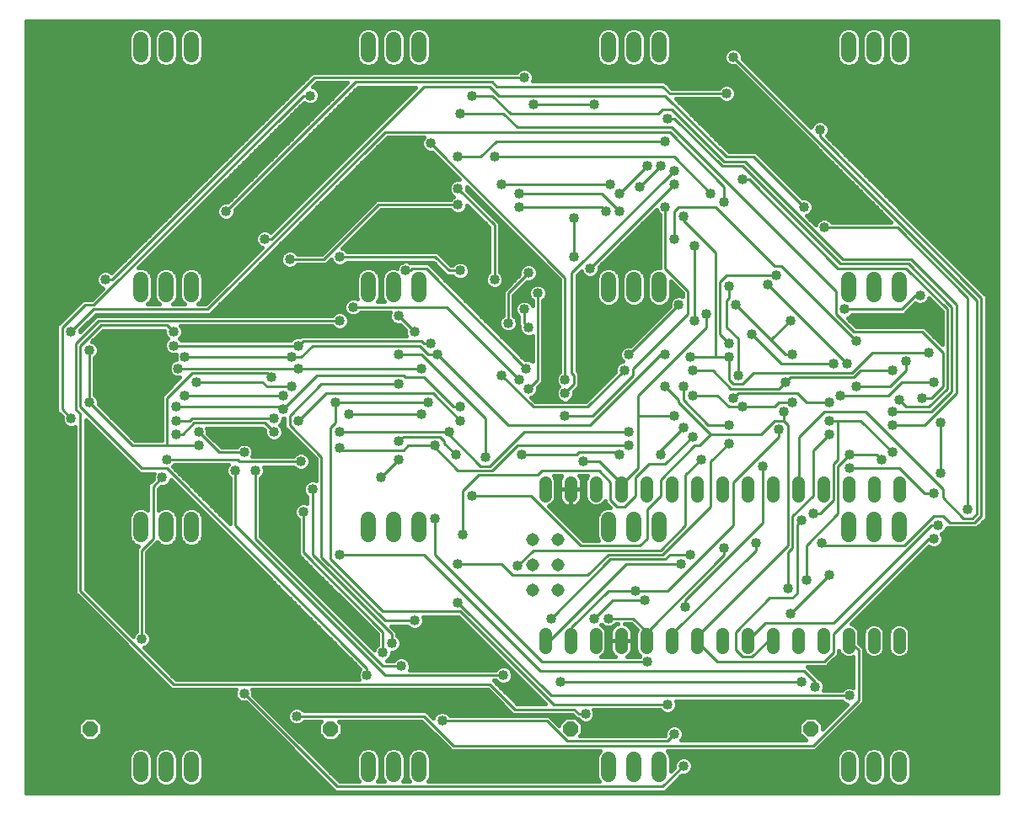
<source format=gbl>
G75*
%MOIN*%
%OFA0B0*%
%FSLAX25Y25*%
%IPPOS*%
%LPD*%
%AMOC8*
5,1,8,0,0,1.08239X$1,22.5*
%
%ADD10C,0.06000*%
%ADD11C,0.05150*%
%ADD12C,0.05150*%
%ADD13OC8,0.06000*%
%ADD14C,0.01000*%
%ADD15C,0.04000*%
%ADD16C,0.01600*%
%ADD17R,0.03962X0.03962*%
D10*
X0051800Y0013800D02*
X0051800Y0019800D01*
X0061800Y0019800D02*
X0061800Y0013800D01*
X0071800Y0013800D02*
X0071800Y0019800D01*
X0141800Y0019800D02*
X0141800Y0013800D01*
X0151800Y0013800D02*
X0151800Y0019800D01*
X0161800Y0019800D02*
X0161800Y0013800D01*
X0236800Y0013800D02*
X0236800Y0019800D01*
X0246800Y0019800D02*
X0246800Y0013800D01*
X0256800Y0013800D02*
X0256800Y0019800D01*
X0331800Y0019800D02*
X0331800Y0013800D01*
X0341800Y0013800D02*
X0341800Y0019800D01*
X0351800Y0019800D02*
X0351800Y0013800D01*
X0351800Y0108800D02*
X0351800Y0114800D01*
X0341800Y0114800D02*
X0341800Y0108800D01*
X0331800Y0108800D02*
X0331800Y0114800D01*
X0256800Y0114800D02*
X0256800Y0108800D01*
X0246800Y0108800D02*
X0246800Y0114800D01*
X0236800Y0114800D02*
X0236800Y0108800D01*
X0161800Y0108800D02*
X0161800Y0114800D01*
X0151800Y0114800D02*
X0151800Y0108800D01*
X0141800Y0108800D02*
X0141800Y0114800D01*
X0071800Y0114800D02*
X0071800Y0108800D01*
X0061800Y0108800D02*
X0061800Y0114800D01*
X0051800Y0114800D02*
X0051800Y0108800D01*
X0051800Y0203800D02*
X0051800Y0209800D01*
X0061800Y0209800D02*
X0061800Y0203800D01*
X0071800Y0203800D02*
X0071800Y0209800D01*
X0141800Y0209800D02*
X0141800Y0203800D01*
X0151800Y0203800D02*
X0151800Y0209800D01*
X0161800Y0209800D02*
X0161800Y0203800D01*
X0236800Y0203800D02*
X0236800Y0209800D01*
X0246800Y0209800D02*
X0246800Y0203800D01*
X0256800Y0203800D02*
X0256800Y0209800D01*
X0331800Y0209800D02*
X0331800Y0203800D01*
X0341800Y0203800D02*
X0341800Y0209800D01*
X0351800Y0209800D02*
X0351800Y0203800D01*
X0351800Y0298800D02*
X0351800Y0304800D01*
X0341800Y0304800D02*
X0341800Y0298800D01*
X0331800Y0298800D02*
X0331800Y0304800D01*
X0256800Y0304800D02*
X0256800Y0298800D01*
X0246800Y0298800D02*
X0246800Y0304800D01*
X0236800Y0304800D02*
X0236800Y0298800D01*
X0161800Y0298800D02*
X0161800Y0304800D01*
X0151800Y0304800D02*
X0151800Y0298800D01*
X0141800Y0298800D02*
X0141800Y0304800D01*
X0071800Y0304800D02*
X0071800Y0298800D01*
X0061800Y0298800D02*
X0061800Y0304800D01*
X0051800Y0304800D02*
X0051800Y0298800D01*
D11*
X0211800Y0129375D02*
X0211800Y0124225D01*
X0221800Y0124225D02*
X0221800Y0129375D01*
X0231800Y0129375D02*
X0231800Y0124225D01*
X0241800Y0124225D02*
X0241800Y0129375D01*
X0251800Y0129375D02*
X0251800Y0124225D01*
X0261800Y0124225D02*
X0261800Y0129375D01*
X0271800Y0129375D02*
X0271800Y0124225D01*
X0281800Y0124225D02*
X0281800Y0129375D01*
X0291800Y0129375D02*
X0291800Y0124225D01*
X0301800Y0124225D02*
X0301800Y0129375D01*
X0311800Y0129375D02*
X0311800Y0124225D01*
X0321800Y0124225D02*
X0321800Y0129375D01*
X0331800Y0129375D02*
X0331800Y0124225D01*
X0341800Y0124225D02*
X0341800Y0129375D01*
X0351800Y0129375D02*
X0351800Y0124225D01*
X0351800Y0069375D02*
X0351800Y0064225D01*
X0341800Y0064225D02*
X0341800Y0069375D01*
X0331800Y0069375D02*
X0331800Y0064225D01*
X0321800Y0064225D02*
X0321800Y0069375D01*
X0311800Y0069375D02*
X0311800Y0064225D01*
X0301800Y0064225D02*
X0301800Y0069375D01*
X0291800Y0069375D02*
X0291800Y0064225D01*
X0281800Y0064225D02*
X0281800Y0069375D01*
X0271800Y0069375D02*
X0271800Y0064225D01*
X0261800Y0064225D02*
X0261800Y0069375D01*
X0251800Y0069375D02*
X0251800Y0064225D01*
X0241800Y0064225D02*
X0241800Y0069375D01*
X0231800Y0069375D02*
X0231800Y0064225D01*
X0221800Y0064225D02*
X0221800Y0069375D01*
X0211800Y0069375D02*
X0211800Y0064225D01*
D12*
X0206800Y0086800D03*
X0206800Y0096800D03*
X0206800Y0106800D03*
X0216800Y0106800D03*
X0216800Y0096800D03*
X0216800Y0086800D03*
D13*
X0221800Y0031800D03*
X0126800Y0031800D03*
X0031800Y0031800D03*
X0316800Y0031800D03*
D14*
X0317700Y0025200D02*
X0335700Y0043200D01*
X0335700Y0063000D01*
X0332100Y0066600D01*
X0331800Y0066800D01*
X0325800Y0069300D02*
X0325800Y0062100D01*
X0322200Y0058500D01*
X0279900Y0058500D01*
X0271800Y0066600D01*
X0271800Y0066800D01*
X0271800Y0068400D01*
X0307800Y0104400D01*
X0307800Y0152100D01*
X0306000Y0153900D01*
X0306000Y0157500D01*
X0306000Y0153900D02*
X0302400Y0153900D01*
X0297000Y0148500D01*
X0277200Y0148500D01*
X0272700Y0144000D01*
X0270900Y0144000D01*
X0257400Y0130500D01*
X0257400Y0124200D01*
X0252000Y0118800D01*
X0252000Y0107100D01*
X0249300Y0104400D01*
X0225900Y0104400D01*
X0206100Y0124200D01*
X0182700Y0124200D01*
X0179100Y0126000D02*
X0185400Y0132300D01*
X0208800Y0132300D01*
X0210600Y0134100D01*
X0233100Y0134100D01*
X0237600Y0129600D01*
X0237600Y0122400D01*
X0240300Y0119700D01*
X0243000Y0119700D01*
X0247500Y0124200D01*
X0247500Y0131400D01*
X0252900Y0136800D01*
X0259200Y0136800D01*
X0270000Y0147600D01*
X0266400Y0151200D02*
X0257400Y0142200D01*
X0257400Y0140400D01*
X0248400Y0135000D02*
X0242100Y0128700D01*
X0241800Y0126800D01*
X0242100Y0126900D01*
X0242100Y0128700D01*
X0233100Y0137700D01*
X0226800Y0137700D01*
X0224100Y0140400D02*
X0225000Y0141300D01*
X0240300Y0141300D01*
X0241200Y0140400D01*
X0244800Y0144000D02*
X0200700Y0144000D01*
X0190800Y0134100D01*
X0177300Y0134100D01*
X0167400Y0144000D01*
X0168300Y0144000D01*
X0167400Y0144000D02*
X0157500Y0144000D01*
X0155700Y0142200D01*
X0131400Y0142200D01*
X0130500Y0143100D01*
X0130500Y0149400D02*
X0172800Y0149400D01*
X0173700Y0149400D01*
X0172800Y0149400D02*
X0186300Y0135900D01*
X0189900Y0135900D01*
X0203400Y0149400D01*
X0244800Y0149400D01*
X0248400Y0155700D02*
X0262800Y0155700D01*
X0264600Y0161100D02*
X0277200Y0148500D01*
X0276300Y0152100D02*
X0266400Y0162000D01*
X0266400Y0167400D01*
X0270000Y0163800D02*
X0279900Y0163800D01*
X0284400Y0159300D01*
X0289800Y0159300D01*
X0302400Y0159300D01*
X0304200Y0161100D01*
X0309600Y0161100D01*
X0311400Y0164700D02*
X0288000Y0164700D01*
X0286200Y0162900D01*
X0285300Y0166500D02*
X0304200Y0166500D01*
X0306900Y0169200D01*
X0308700Y0171000D01*
X0333900Y0171000D01*
X0336600Y0173700D01*
X0349200Y0173700D01*
X0354600Y0173700D02*
X0354600Y0177300D01*
X0354600Y0173700D02*
X0348300Y0167400D01*
X0334800Y0167400D01*
X0328500Y0163800D02*
X0347400Y0163800D01*
X0352800Y0169200D01*
X0365400Y0169200D01*
X0369000Y0167400D02*
X0364500Y0162900D01*
X0360900Y0162900D01*
X0363600Y0159300D02*
X0354600Y0159300D01*
X0351900Y0162000D01*
X0349200Y0157500D02*
X0364500Y0157500D01*
X0372600Y0165600D01*
X0372600Y0198900D01*
X0355500Y0216000D01*
X0328500Y0216000D01*
X0289800Y0254700D01*
X0281700Y0254700D01*
X0262800Y0273600D01*
X0260100Y0273600D01*
X0258300Y0277200D02*
X0256500Y0275400D01*
X0198000Y0275400D01*
X0190800Y0282600D01*
X0182700Y0282600D01*
X0189900Y0286200D02*
X0193500Y0282600D01*
X0259200Y0282600D01*
X0283500Y0258300D01*
X0294300Y0258300D01*
X0314100Y0238500D01*
X0322200Y0230400D02*
X0351000Y0230400D01*
X0378900Y0202500D01*
X0378900Y0118800D01*
X0377100Y0115200D02*
X0369000Y0123300D01*
X0369000Y0126900D01*
X0338400Y0157500D01*
X0322200Y0157500D01*
X0312300Y0147600D01*
X0312300Y0126900D01*
X0311800Y0126800D01*
X0317700Y0124200D02*
X0317700Y0142200D01*
X0324000Y0148500D01*
X0324000Y0153900D02*
X0327600Y0153900D01*
X0327600Y0138600D01*
X0325800Y0136800D01*
X0325800Y0122400D01*
X0320400Y0117000D01*
X0317700Y0117000D01*
X0313200Y0114300D02*
X0311400Y0112500D01*
X0311400Y0085500D01*
X0309600Y0083700D01*
X0300600Y0083700D01*
X0287100Y0070200D01*
X0287100Y0063000D01*
X0289800Y0060300D01*
X0293400Y0060300D01*
X0299700Y0066600D01*
X0301500Y0066600D01*
X0301800Y0066800D01*
X0298800Y0073800D02*
X0291800Y0066800D01*
X0298800Y0073800D02*
X0325800Y0073800D01*
X0364500Y0112500D01*
X0367200Y0112500D01*
X0365400Y0116100D02*
X0353700Y0104400D01*
X0322200Y0104400D01*
X0321300Y0105300D01*
X0315000Y0104400D02*
X0315000Y0090900D01*
X0307800Y0087300D02*
X0307800Y0101700D01*
X0309600Y0103500D01*
X0309600Y0116100D01*
X0317700Y0124200D01*
X0327600Y0117000D02*
X0315000Y0104400D01*
X0324000Y0092700D02*
X0308700Y0077400D01*
X0325800Y0069300D02*
X0363600Y0107100D01*
X0365400Y0107100D01*
X0371700Y0113400D02*
X0369000Y0116100D01*
X0365400Y0116100D01*
X0371700Y0113400D02*
X0381600Y0113400D01*
X0384300Y0116100D01*
X0384300Y0202500D01*
X0320400Y0266400D01*
X0320400Y0269100D01*
X0292500Y0249300D02*
X0327600Y0214200D01*
X0354600Y0214200D01*
X0370800Y0198000D01*
X0370800Y0166500D01*
X0363600Y0159300D01*
X0361800Y0152100D02*
X0374400Y0164700D01*
X0374400Y0199800D01*
X0356400Y0217800D01*
X0329400Y0217800D01*
X0290700Y0256500D01*
X0282600Y0256500D01*
X0261900Y0277200D01*
X0258300Y0277200D01*
X0261000Y0283500D02*
X0258300Y0286200D01*
X0192600Y0286200D01*
X0190800Y0288000D01*
X0136800Y0288000D01*
X0085500Y0236700D01*
X0100800Y0225900D02*
X0103500Y0225900D01*
X0163800Y0286200D01*
X0189900Y0286200D01*
X0195300Y0275400D02*
X0178200Y0275400D01*
X0166500Y0263700D02*
X0219600Y0210600D01*
X0219600Y0170100D01*
X0222300Y0172800D02*
X0223200Y0171900D01*
X0223200Y0168300D01*
X0219600Y0164700D01*
X0221400Y0161100D02*
X0217800Y0161100D01*
X0216000Y0162900D01*
X0216000Y0207000D01*
X0207000Y0216000D01*
X0207000Y0217800D01*
X0207000Y0216000D02*
X0203400Y0216000D01*
X0201600Y0214200D01*
X0201600Y0213300D01*
X0186300Y0198000D01*
X0167400Y0216900D01*
X0141300Y0216900D01*
X0124200Y0199800D01*
X0123300Y0198900D01*
X0086400Y0198900D01*
X0078300Y0198000D02*
X0033300Y0198000D01*
X0024300Y0189000D01*
X0020700Y0190800D02*
X0020700Y0158400D01*
X0024300Y0154800D01*
X0026100Y0158400D02*
X0026100Y0184500D01*
X0035100Y0193500D01*
X0130500Y0193500D01*
X0135900Y0198900D02*
X0172800Y0198900D01*
X0201600Y0170100D01*
X0205200Y0166500D02*
X0208800Y0170100D01*
X0208800Y0204300D01*
X0203400Y0198000D02*
X0203400Y0192600D01*
X0205200Y0190800D01*
X0197100Y0192600D02*
X0197100Y0204300D01*
X0205200Y0212400D01*
X0191700Y0209700D02*
X0191700Y0231300D01*
X0177300Y0245700D01*
X0177300Y0239400D02*
X0145800Y0239400D01*
X0124200Y0217800D01*
X0110700Y0217800D01*
X0130500Y0218700D02*
X0168300Y0218700D01*
X0173700Y0213300D01*
X0178200Y0213300D01*
X0164700Y0214200D02*
X0204300Y0174600D01*
X0194400Y0171900D02*
X0207000Y0159300D01*
X0228600Y0159300D01*
X0243000Y0173700D01*
X0246600Y0174600D02*
X0246600Y0171900D01*
X0230400Y0155700D01*
X0219600Y0155700D01*
X0221400Y0161100D02*
X0230400Y0170100D01*
X0239400Y0179100D01*
X0227700Y0190800D01*
X0225900Y0190800D01*
X0222300Y0172800D02*
X0222300Y0212400D01*
X0262800Y0252900D01*
X0257400Y0254700D02*
X0249300Y0246600D01*
X0241200Y0243900D02*
X0252000Y0254700D01*
X0262800Y0258300D02*
X0191700Y0258300D01*
X0186300Y0258300D02*
X0192600Y0264600D01*
X0259200Y0264600D01*
X0261000Y0268200D02*
X0148500Y0268200D01*
X0078300Y0198000D01*
X0064800Y0189000D02*
X0062100Y0191700D01*
X0036000Y0191700D01*
X0027900Y0183600D01*
X0027900Y0159300D01*
X0052200Y0135000D01*
X0062100Y0135000D01*
X0141300Y0055800D01*
X0141300Y0053100D01*
X0148500Y0053100D02*
X0089100Y0112500D01*
X0089100Y0134100D01*
X0090900Y0137700D02*
X0115200Y0137700D01*
X0123300Y0139500D02*
X0110700Y0152100D01*
X0110700Y0155700D01*
X0123300Y0168300D01*
X0153900Y0168300D01*
X0156600Y0171000D02*
X0155700Y0171900D01*
X0121500Y0171900D01*
X0108000Y0158400D01*
X0107100Y0159300D01*
X0065700Y0159300D01*
X0062100Y0162900D02*
X0072000Y0172800D01*
X0101700Y0172800D01*
X0103500Y0171000D01*
X0101700Y0167400D02*
X0099900Y0169200D01*
X0073800Y0169200D01*
X0069300Y0163800D02*
X0108000Y0163800D01*
X0111600Y0167400D02*
X0101700Y0167400D01*
X0114300Y0174600D02*
X0162900Y0174600D01*
X0163800Y0171000D02*
X0156600Y0171000D01*
X0163800Y0171000D02*
X0175500Y0159300D01*
X0178200Y0159300D01*
X0178200Y0153900D02*
X0167400Y0164700D01*
X0125100Y0164700D01*
X0114300Y0153900D01*
X0104400Y0154800D02*
X0072000Y0154800D01*
X0071100Y0153900D01*
X0065700Y0153900D01*
X0065700Y0148500D02*
X0068400Y0148500D01*
X0072900Y0153000D01*
X0100800Y0153000D01*
X0104400Y0149400D01*
X0092700Y0141300D02*
X0082800Y0141300D01*
X0074700Y0149400D01*
X0074700Y0144000D02*
X0062100Y0144000D01*
X0062100Y0162900D01*
X0066600Y0174600D02*
X0114300Y0174600D01*
X0115200Y0179100D02*
X0111600Y0179100D01*
X0069300Y0179100D01*
X0064800Y0183600D02*
X0114300Y0183600D01*
X0116100Y0185400D01*
X0162900Y0185400D01*
X0163800Y0184500D01*
X0166500Y0184500D01*
X0162000Y0183600D02*
X0165600Y0180000D01*
X0169200Y0180000D01*
X0197100Y0152100D01*
X0229500Y0152100D01*
X0257400Y0180000D01*
X0259200Y0180000D01*
X0269100Y0179100D02*
X0279000Y0179100D01*
X0279000Y0220500D01*
X0266400Y0233100D01*
X0266400Y0234900D01*
X0264600Y0238500D02*
X0262800Y0236700D01*
X0262800Y0225900D01*
X0270900Y0223200D02*
X0270900Y0193500D01*
X0268200Y0196200D02*
X0246600Y0174600D01*
X0244800Y0180000D02*
X0264600Y0199800D01*
X0268200Y0196200D02*
X0268200Y0205200D01*
X0259200Y0214200D01*
X0259200Y0238500D01*
X0264600Y0238500D02*
X0279000Y0238500D01*
X0302400Y0215100D01*
X0305100Y0215100D01*
X0334800Y0185400D01*
X0333900Y0189000D02*
X0360900Y0189000D01*
X0369000Y0180900D01*
X0369000Y0167400D01*
X0368100Y0153000D02*
X0368100Y0133200D01*
X0365400Y0125100D02*
X0361800Y0125100D01*
X0351900Y0135000D01*
X0332100Y0135000D01*
X0327600Y0135900D02*
X0327600Y0117000D01*
X0327600Y0135900D02*
X0332100Y0140400D01*
X0342900Y0140400D01*
X0344700Y0138600D01*
X0349200Y0141300D02*
X0336600Y0153900D01*
X0327600Y0153900D01*
X0324000Y0161100D02*
X0315000Y0161100D01*
X0311400Y0164700D01*
X0305100Y0176400D02*
X0293400Y0188100D01*
X0288000Y0186300D02*
X0288000Y0171900D01*
X0284400Y0170100D02*
X0286200Y0168300D01*
X0289800Y0168300D01*
X0294300Y0172800D01*
X0333000Y0172800D01*
X0341100Y0180900D01*
X0363600Y0180900D01*
X0366300Y0190800D02*
X0337500Y0190800D01*
X0335700Y0192600D01*
X0333900Y0189000D02*
X0326700Y0196200D01*
X0326700Y0205200D01*
X0261900Y0270000D01*
X0200700Y0270000D01*
X0195300Y0275400D01*
X0207000Y0279000D02*
X0231300Y0279000D01*
X0203400Y0289800D02*
X0120600Y0289800D01*
X0040500Y0209700D01*
X0037800Y0209700D01*
X0033300Y0199800D02*
X0029700Y0199800D01*
X0020700Y0190800D01*
X0031500Y0181800D02*
X0031500Y0161100D01*
X0048600Y0144000D01*
X0062100Y0144000D01*
X0062100Y0138600D02*
X0090000Y0138600D01*
X0090900Y0137700D01*
X0097200Y0134100D02*
X0097200Y0107100D01*
X0147600Y0056700D01*
X0154800Y0056700D01*
X0148500Y0053100D02*
X0195300Y0053100D01*
X0189900Y0049500D02*
X0064800Y0049500D01*
X0027900Y0086400D01*
X0027900Y0156600D01*
X0026100Y0158400D01*
X0056700Y0127800D02*
X0060300Y0131400D01*
X0056700Y0127800D02*
X0056700Y0107100D01*
X0052200Y0102600D01*
X0052200Y0067500D01*
X0092700Y0045900D02*
X0129600Y0009000D01*
X0258300Y0009000D01*
X0266400Y0017100D01*
X0260100Y0027000D02*
X0262800Y0029700D01*
X0260100Y0027000D02*
X0220500Y0027000D01*
X0212400Y0035100D01*
X0171000Y0035100D01*
X0163800Y0036900D02*
X0175500Y0025200D01*
X0317700Y0025200D01*
X0332100Y0045000D02*
X0214200Y0045000D01*
X0177300Y0081900D01*
X0178200Y0078300D02*
X0215100Y0041400D01*
X0260100Y0041400D01*
X0263700Y0034200D02*
X0225900Y0034200D01*
X0222300Y0037800D01*
X0196200Y0037800D01*
X0195300Y0038700D01*
X0199800Y0039600D02*
X0189900Y0049500D01*
X0199800Y0039600D02*
X0223200Y0039600D01*
X0225000Y0037800D01*
X0227700Y0037800D01*
X0217800Y0050400D02*
X0313200Y0050400D01*
X0314100Y0054900D02*
X0318600Y0050400D01*
X0318600Y0048600D01*
X0314100Y0054900D02*
X0209700Y0054900D01*
X0163800Y0100800D01*
X0130500Y0100800D01*
X0126900Y0099000D02*
X0147600Y0078300D01*
X0178200Y0078300D01*
X0160200Y0074700D02*
X0148500Y0074700D01*
X0123300Y0099900D01*
X0123300Y0139500D01*
X0126900Y0151200D02*
X0126900Y0099000D01*
X0119700Y0100800D02*
X0119700Y0126900D01*
X0116100Y0117900D02*
X0116100Y0101700D01*
X0147600Y0070200D01*
X0147600Y0062100D01*
X0151200Y0065700D02*
X0151200Y0069300D01*
X0119700Y0100800D01*
X0146700Y0131400D02*
X0153900Y0138600D01*
X0153900Y0145800D02*
X0155700Y0147600D01*
X0170100Y0147600D01*
X0171900Y0145800D01*
X0171900Y0144900D01*
X0176400Y0140400D01*
X0188100Y0139500D02*
X0188100Y0154800D01*
X0162900Y0180000D01*
X0153900Y0180000D01*
X0162000Y0183600D02*
X0119700Y0183600D01*
X0115200Y0179100D01*
X0128700Y0161100D02*
X0128700Y0153000D01*
X0126900Y0151200D01*
X0134100Y0156600D02*
X0162900Y0156600D01*
X0165600Y0161100D02*
X0128700Y0161100D01*
X0160200Y0189000D02*
X0153900Y0195300D01*
X0156600Y0213300D02*
X0158400Y0213300D01*
X0159300Y0214200D01*
X0164700Y0214200D01*
X0201600Y0238500D02*
X0234000Y0238500D01*
X0235800Y0236700D01*
X0241200Y0236700D02*
X0234000Y0243900D01*
X0201600Y0243900D01*
X0194400Y0247500D02*
X0237600Y0247500D01*
X0223200Y0234000D02*
X0223200Y0218700D01*
X0229500Y0214200D02*
X0262800Y0247500D01*
X0262800Y0258300D02*
X0277200Y0243900D01*
X0282600Y0246600D02*
X0282600Y0240300D01*
X0282600Y0246600D02*
X0261000Y0268200D01*
X0261000Y0283500D02*
X0283500Y0283500D01*
X0286200Y0297900D02*
X0382500Y0201600D01*
X0382500Y0117000D01*
X0380700Y0115200D01*
X0377100Y0115200D01*
X0361800Y0152100D02*
X0349200Y0152100D01*
X0331200Y0176400D02*
X0299700Y0207900D01*
X0303300Y0211500D02*
X0283500Y0211500D01*
X0280800Y0208800D01*
X0280800Y0188100D01*
X0284400Y0184500D01*
X0288000Y0186300D02*
X0283500Y0190800D01*
X0283500Y0201600D01*
X0284400Y0202500D01*
X0284400Y0207000D01*
X0287100Y0199800D02*
X0300600Y0186300D01*
X0301500Y0186300D01*
X0308700Y0193500D01*
X0300600Y0186300D02*
X0306900Y0180000D01*
X0309600Y0180000D01*
X0305100Y0176400D02*
X0325800Y0176400D01*
X0330300Y0198000D02*
X0352800Y0198000D01*
X0358200Y0203400D01*
X0360000Y0203400D01*
X0304200Y0150300D02*
X0304200Y0147600D01*
X0286200Y0129600D01*
X0286200Y0112500D01*
X0260100Y0086400D01*
X0247500Y0086400D01*
X0236700Y0086400D01*
X0222300Y0072000D01*
X0222300Y0067500D01*
X0221800Y0066800D01*
X0214200Y0067500D02*
X0243900Y0097200D01*
X0265500Y0097200D01*
X0269100Y0100800D02*
X0261000Y0100800D01*
X0259200Y0099000D01*
X0237600Y0099000D01*
X0214200Y0075600D01*
X0214200Y0067500D02*
X0212400Y0067500D01*
X0211800Y0066800D01*
X0210600Y0058500D02*
X0168300Y0100800D01*
X0168300Y0115200D01*
X0179100Y0108900D02*
X0179100Y0126000D01*
X0202500Y0140400D02*
X0224100Y0140400D01*
X0248400Y0135000D02*
X0248400Y0155700D01*
X0248400Y0163800D01*
X0275400Y0190800D01*
X0275400Y0196200D01*
X0279000Y0179100D02*
X0284400Y0179100D01*
X0284400Y0170100D01*
X0285300Y0166500D02*
X0278100Y0173700D01*
X0270000Y0173700D01*
X0259200Y0167400D02*
X0264600Y0162000D01*
X0264600Y0161100D01*
X0276300Y0152100D02*
X0284400Y0152100D01*
X0284400Y0144900D02*
X0277200Y0137700D01*
X0277200Y0119700D01*
X0258300Y0100800D01*
X0236700Y0100800D01*
X0228600Y0092700D01*
X0198900Y0092700D01*
X0194400Y0097200D01*
X0177300Y0097200D01*
X0200700Y0096300D02*
X0207000Y0102600D01*
X0257400Y0102600D01*
X0267300Y0112500D01*
X0267300Y0132300D01*
X0273600Y0138600D01*
X0297900Y0135900D02*
X0297900Y0113400D01*
X0267300Y0082800D01*
X0267300Y0080100D01*
X0261900Y0069300D02*
X0295200Y0102600D01*
X0295200Y0105300D01*
X0282600Y0103500D02*
X0282600Y0100800D01*
X0252000Y0070200D01*
X0251800Y0066800D01*
X0252000Y0067500D01*
X0252000Y0070200D01*
X0246600Y0075600D01*
X0236700Y0075600D01*
X0231300Y0075600D02*
X0238500Y0082800D01*
X0251100Y0082800D01*
X0261900Y0069300D02*
X0261900Y0067500D01*
X0261800Y0066800D01*
X0252000Y0058500D02*
X0210600Y0058500D01*
X0163800Y0036900D02*
X0113400Y0036900D01*
X0263700Y0034200D02*
X0269100Y0028800D01*
X0282600Y0028800D01*
X0049500Y0188100D02*
X0037800Y0188100D01*
X0033300Y0199800D02*
X0116100Y0282600D01*
X0118800Y0282600D01*
X0177300Y0258300D02*
X0186300Y0258300D01*
X0289800Y0249300D02*
X0292500Y0249300D01*
D15*
X0289800Y0249300D03*
X0282600Y0240300D03*
X0277200Y0243900D03*
X0266400Y0234900D03*
X0259200Y0238500D03*
X0262800Y0247500D03*
X0262800Y0252900D03*
X0257400Y0254700D03*
X0252000Y0254700D03*
X0249300Y0246600D03*
X0241200Y0243900D03*
X0237600Y0247500D03*
X0235800Y0236700D03*
X0241200Y0236700D03*
X0223200Y0234000D03*
X0223200Y0218700D03*
X0229500Y0214200D03*
X0208800Y0204300D03*
X0203400Y0198000D03*
X0197100Y0192600D03*
X0205200Y0190800D03*
X0204300Y0174600D03*
X0201600Y0170100D03*
X0205200Y0166500D03*
X0194400Y0171900D03*
X0178200Y0159300D03*
X0178200Y0153900D03*
X0173700Y0149400D03*
X0168300Y0144000D03*
X0176400Y0140400D03*
X0188100Y0139500D03*
X0202500Y0140400D03*
X0219600Y0155700D03*
X0219600Y0164700D03*
X0219600Y0170100D03*
X0230400Y0170100D03*
X0239400Y0179100D03*
X0244800Y0180000D03*
X0243000Y0173700D03*
X0259200Y0167400D03*
X0266400Y0167400D03*
X0270000Y0163800D03*
X0270000Y0173700D03*
X0269100Y0179100D03*
X0259200Y0180000D03*
X0270900Y0193500D03*
X0275400Y0196200D03*
X0264600Y0199800D03*
X0284400Y0207000D03*
X0287100Y0199800D03*
X0293400Y0188100D03*
X0284400Y0184500D03*
X0284400Y0179100D03*
X0288000Y0171900D03*
X0286200Y0162900D03*
X0289800Y0159300D03*
X0284400Y0152100D03*
X0284400Y0144900D03*
X0273600Y0138600D03*
X0270000Y0147600D03*
X0266400Y0151200D03*
X0262800Y0155700D03*
X0257400Y0140400D03*
X0244800Y0144000D03*
X0241200Y0140400D03*
X0244800Y0149400D03*
X0226800Y0137700D03*
X0182700Y0124200D03*
X0168300Y0115200D03*
X0179100Y0108900D03*
X0177300Y0097200D03*
X0177300Y0081900D03*
X0160200Y0074700D03*
X0151200Y0065700D03*
X0147600Y0062100D03*
X0154800Y0056700D03*
X0141300Y0053100D03*
X0113400Y0036900D03*
X0092700Y0045900D03*
X0052200Y0067500D03*
X0116100Y0117900D03*
X0119700Y0126900D03*
X0115200Y0137700D03*
X0104400Y0149400D03*
X0104400Y0154800D03*
X0108000Y0158400D03*
X0114300Y0153900D03*
X0108000Y0163800D03*
X0111600Y0167400D03*
X0114300Y0174600D03*
X0111600Y0179100D03*
X0114300Y0183600D03*
X0103500Y0171000D03*
X0128700Y0161100D03*
X0134100Y0156600D03*
X0130500Y0149400D03*
X0130500Y0143100D03*
X0146700Y0131400D03*
X0153900Y0138600D03*
X0153900Y0145800D03*
X0162900Y0156600D03*
X0165600Y0161100D03*
X0153900Y0168300D03*
X0162900Y0174600D03*
X0169200Y0180000D03*
X0166500Y0184500D03*
X0160200Y0189000D03*
X0153900Y0195300D03*
X0135900Y0198900D03*
X0130500Y0193500D03*
X0124200Y0199800D03*
X0130500Y0218700D03*
X0110700Y0217800D03*
X0100800Y0225900D03*
X0085500Y0236700D03*
X0086400Y0198900D03*
X0064800Y0189000D03*
X0064800Y0183600D03*
X0069300Y0179100D03*
X0066600Y0174600D03*
X0073800Y0169200D03*
X0069300Y0163800D03*
X0065700Y0159300D03*
X0065700Y0153900D03*
X0065700Y0148500D03*
X0074700Y0149400D03*
X0074700Y0144000D03*
X0062100Y0138600D03*
X0060300Y0131400D03*
X0089100Y0134100D03*
X0092700Y0141300D03*
X0097200Y0134100D03*
X0130500Y0100800D03*
X0195300Y0053100D03*
X0195300Y0038700D03*
X0171000Y0035100D03*
X0217800Y0050400D03*
X0227700Y0037800D03*
X0252000Y0058500D03*
X0236700Y0075600D03*
X0231300Y0075600D03*
X0247500Y0086400D03*
X0251100Y0082800D03*
X0267300Y0080100D03*
X0265500Y0097200D03*
X0269100Y0100800D03*
X0282600Y0103500D03*
X0295200Y0105300D03*
X0313200Y0114300D03*
X0317700Y0117000D03*
X0321300Y0105300D03*
X0324000Y0092700D03*
X0315000Y0090900D03*
X0307800Y0087300D03*
X0308700Y0077400D03*
X0313200Y0050400D03*
X0318600Y0048600D03*
X0332100Y0045000D03*
X0282600Y0028800D03*
X0266400Y0017100D03*
X0262800Y0029700D03*
X0260100Y0041400D03*
X0214200Y0075600D03*
X0200700Y0096300D03*
X0297900Y0135900D03*
X0304200Y0150300D03*
X0306000Y0157500D03*
X0309600Y0161100D03*
X0306900Y0169200D03*
X0309600Y0180000D03*
X0308700Y0193500D03*
X0299700Y0207900D03*
X0303300Y0211500D03*
X0322200Y0230400D03*
X0314100Y0238500D03*
X0320400Y0269100D03*
X0283500Y0283500D03*
X0286200Y0297900D03*
X0260100Y0273600D03*
X0259200Y0264600D03*
X0231300Y0279000D03*
X0207000Y0279000D03*
X0203400Y0289800D03*
X0182700Y0282600D03*
X0178200Y0275400D03*
X0166500Y0263700D03*
X0177300Y0258300D03*
X0177300Y0245700D03*
X0177300Y0239400D03*
X0194400Y0247500D03*
X0201600Y0243900D03*
X0201600Y0238500D03*
X0207000Y0217800D03*
X0205200Y0212400D03*
X0191700Y0209700D03*
X0186300Y0198000D03*
X0178200Y0213300D03*
X0156600Y0213300D03*
X0153900Y0180000D03*
X0225900Y0190800D03*
X0262800Y0225900D03*
X0270900Y0223200D03*
X0330300Y0198000D03*
X0335700Y0192600D03*
X0334800Y0185400D03*
X0331200Y0176400D03*
X0325800Y0176400D03*
X0334800Y0167400D03*
X0328500Y0163800D03*
X0324000Y0161100D03*
X0324000Y0153900D03*
X0324000Y0148500D03*
X0332100Y0140400D03*
X0332100Y0135000D03*
X0344700Y0138600D03*
X0349200Y0141300D03*
X0349200Y0152100D03*
X0349200Y0157500D03*
X0351900Y0162000D03*
X0360900Y0162900D03*
X0365400Y0169200D03*
X0363600Y0180900D03*
X0354600Y0177300D03*
X0349200Y0173700D03*
X0366300Y0190800D03*
X0360000Y0203400D03*
X0368100Y0153000D03*
X0368100Y0133200D03*
X0365400Y0125100D03*
X0367200Y0112500D03*
X0365400Y0107100D03*
X0378900Y0118800D03*
X0191700Y0258300D03*
X0118800Y0282600D03*
X0037800Y0209700D03*
X0037800Y0188100D03*
X0031500Y0181800D03*
X0024300Y0189000D03*
X0049500Y0188100D03*
X0031500Y0161100D03*
X0024300Y0154800D03*
D16*
X0006600Y0006600D02*
X0006600Y0311961D01*
X0390701Y0311961D01*
X0390701Y0006600D01*
X0006600Y0006600D01*
X0006600Y0008194D02*
X0127436Y0008194D01*
X0128730Y0006900D02*
X0259170Y0006900D01*
X0260400Y0008130D01*
X0265770Y0013500D01*
X0267116Y0013500D01*
X0268439Y0014048D01*
X0269452Y0015061D01*
X0270000Y0016384D01*
X0270000Y0017816D01*
X0269452Y0019139D01*
X0268439Y0020152D01*
X0267116Y0020700D01*
X0265684Y0020700D01*
X0264361Y0020152D01*
X0263348Y0019139D01*
X0262800Y0017816D01*
X0262800Y0016470D01*
X0261400Y0015070D01*
X0261400Y0020715D01*
X0260700Y0022406D01*
X0260005Y0023100D01*
X0318570Y0023100D01*
X0336570Y0041100D01*
X0337800Y0042330D01*
X0337800Y0062973D01*
X0338261Y0061860D01*
X0339435Y0060686D01*
X0340970Y0060050D01*
X0342630Y0060050D01*
X0344165Y0060686D01*
X0345339Y0061860D01*
X0345975Y0063395D01*
X0345975Y0070205D01*
X0345339Y0071740D01*
X0344165Y0072914D01*
X0342630Y0073550D01*
X0340970Y0073550D01*
X0339435Y0072914D01*
X0338261Y0071740D01*
X0337625Y0070205D01*
X0337625Y0064045D01*
X0335975Y0065695D01*
X0335975Y0070205D01*
X0335339Y0071740D01*
X0334165Y0072914D01*
X0332905Y0073436D01*
X0363472Y0104002D01*
X0364684Y0103500D01*
X0366116Y0103500D01*
X0367439Y0104048D01*
X0368452Y0105061D01*
X0369000Y0106384D01*
X0369000Y0107816D01*
X0368458Y0109124D01*
X0369239Y0109448D01*
X0370252Y0110461D01*
X0370667Y0111463D01*
X0370830Y0111300D01*
X0382470Y0111300D01*
X0383700Y0112530D01*
X0386400Y0115230D01*
X0386400Y0203370D01*
X0385170Y0204600D01*
X0323080Y0266689D01*
X0323452Y0267061D01*
X0324000Y0268384D01*
X0324000Y0269816D01*
X0323452Y0271139D01*
X0322439Y0272152D01*
X0321116Y0272700D01*
X0319684Y0272700D01*
X0318361Y0272152D01*
X0317348Y0271139D01*
X0316933Y0270137D01*
X0289800Y0297270D01*
X0289800Y0298616D01*
X0289252Y0299939D01*
X0288239Y0300952D01*
X0286916Y0301500D01*
X0285484Y0301500D01*
X0284161Y0300952D01*
X0283148Y0299939D01*
X0282600Y0298616D01*
X0282600Y0297184D01*
X0283148Y0295861D01*
X0284161Y0294848D01*
X0285484Y0294300D01*
X0286830Y0294300D01*
X0348630Y0232500D01*
X0325191Y0232500D01*
X0324239Y0233452D01*
X0322916Y0234000D01*
X0321484Y0234000D01*
X0320161Y0233452D01*
X0319148Y0232439D01*
X0318733Y0231437D01*
X0315137Y0235033D01*
X0316139Y0235448D01*
X0317152Y0236461D01*
X0317700Y0237784D01*
X0317700Y0239216D01*
X0317152Y0240539D01*
X0316139Y0241552D01*
X0314816Y0242100D01*
X0313470Y0242100D01*
X0295170Y0260400D01*
X0284370Y0260400D01*
X0263370Y0281400D01*
X0280509Y0281400D01*
X0281461Y0280448D01*
X0282784Y0279900D01*
X0284216Y0279900D01*
X0285539Y0280448D01*
X0286552Y0281461D01*
X0287100Y0282784D01*
X0287100Y0284216D01*
X0286552Y0285539D01*
X0285539Y0286552D01*
X0284216Y0287100D01*
X0282784Y0287100D01*
X0281461Y0286552D01*
X0280509Y0285600D01*
X0261870Y0285600D01*
X0260400Y0287070D01*
X0259170Y0288300D01*
X0206675Y0288300D01*
X0207000Y0289084D01*
X0207000Y0290516D01*
X0206452Y0291839D01*
X0205439Y0292852D01*
X0204116Y0293400D01*
X0202684Y0293400D01*
X0201361Y0292852D01*
X0200409Y0291900D01*
X0119730Y0291900D01*
X0118500Y0290670D01*
X0040211Y0212380D01*
X0039839Y0212752D01*
X0038516Y0213300D01*
X0037084Y0213300D01*
X0035761Y0212752D01*
X0034748Y0211739D01*
X0034200Y0210416D01*
X0034200Y0208984D01*
X0034748Y0207661D01*
X0035761Y0206648D01*
X0036763Y0206233D01*
X0032430Y0201900D01*
X0028830Y0201900D01*
X0019830Y0192900D01*
X0018600Y0191670D01*
X0018600Y0157530D01*
X0020700Y0155430D01*
X0020700Y0154084D01*
X0021248Y0152761D01*
X0022261Y0151748D01*
X0023584Y0151200D01*
X0025016Y0151200D01*
X0025800Y0151525D01*
X0025800Y0085530D01*
X0027030Y0084300D01*
X0063930Y0047400D01*
X0089425Y0047400D01*
X0089100Y0046616D01*
X0089100Y0045184D01*
X0089648Y0043861D01*
X0090661Y0042848D01*
X0091984Y0042300D01*
X0093330Y0042300D01*
X0128730Y0006900D01*
X0125838Y0009793D02*
X0074146Y0009793D01*
X0074406Y0009900D02*
X0075700Y0011194D01*
X0076400Y0012885D01*
X0076400Y0020715D01*
X0075700Y0022406D01*
X0074406Y0023700D01*
X0072715Y0024400D01*
X0070885Y0024400D01*
X0069194Y0023700D01*
X0067900Y0022406D01*
X0067200Y0020715D01*
X0067200Y0012885D01*
X0067900Y0011194D01*
X0069194Y0009900D01*
X0070885Y0009200D01*
X0072715Y0009200D01*
X0074406Y0009900D01*
X0075781Y0011391D02*
X0124239Y0011391D01*
X0122641Y0012990D02*
X0076400Y0012990D01*
X0076400Y0014588D02*
X0121042Y0014588D01*
X0119444Y0016187D02*
X0076400Y0016187D01*
X0076400Y0017785D02*
X0117845Y0017785D01*
X0116247Y0019384D02*
X0076400Y0019384D01*
X0076289Y0020982D02*
X0114648Y0020982D01*
X0113049Y0022581D02*
X0075525Y0022581D01*
X0073248Y0024179D02*
X0111451Y0024179D01*
X0109852Y0025778D02*
X0006600Y0025778D01*
X0006600Y0027376D02*
X0029718Y0027376D01*
X0029895Y0027200D02*
X0033705Y0027200D01*
X0036400Y0029895D01*
X0036400Y0033705D01*
X0033705Y0036400D01*
X0029895Y0036400D01*
X0027200Y0033705D01*
X0027200Y0029895D01*
X0029895Y0027200D01*
X0028120Y0028975D02*
X0006600Y0028975D01*
X0006600Y0030573D02*
X0027200Y0030573D01*
X0027200Y0032172D02*
X0006600Y0032172D01*
X0006600Y0033770D02*
X0027265Y0033770D01*
X0028863Y0035369D02*
X0006600Y0035369D01*
X0006600Y0036967D02*
X0098663Y0036967D01*
X0100261Y0035369D02*
X0034737Y0035369D01*
X0036335Y0033770D02*
X0101860Y0033770D01*
X0103458Y0032172D02*
X0036400Y0032172D01*
X0036400Y0030573D02*
X0105057Y0030573D01*
X0106655Y0028975D02*
X0035480Y0028975D01*
X0033882Y0027376D02*
X0108254Y0027376D01*
X0110997Y0030573D02*
X0122200Y0030573D01*
X0122200Y0029895D02*
X0124895Y0027200D01*
X0128705Y0027200D01*
X0131400Y0029895D01*
X0131400Y0033705D01*
X0130305Y0034800D01*
X0162930Y0034800D01*
X0173400Y0024330D01*
X0174630Y0023100D01*
X0233595Y0023100D01*
X0232900Y0022406D01*
X0232200Y0020715D01*
X0232200Y0012885D01*
X0232900Y0011194D01*
X0232995Y0011100D01*
X0165605Y0011100D01*
X0165700Y0011194D01*
X0166400Y0012885D01*
X0166400Y0020715D01*
X0165700Y0022406D01*
X0164406Y0023700D01*
X0162715Y0024400D01*
X0160885Y0024400D01*
X0159194Y0023700D01*
X0157900Y0022406D01*
X0157200Y0020715D01*
X0157200Y0012885D01*
X0157900Y0011194D01*
X0157995Y0011100D01*
X0155605Y0011100D01*
X0155700Y0011194D01*
X0156400Y0012885D01*
X0156400Y0020715D01*
X0155700Y0022406D01*
X0154406Y0023700D01*
X0152715Y0024400D01*
X0150885Y0024400D01*
X0149194Y0023700D01*
X0147900Y0022406D01*
X0147200Y0020715D01*
X0147200Y0012885D01*
X0147900Y0011194D01*
X0147995Y0011100D01*
X0145605Y0011100D01*
X0145700Y0011194D01*
X0146400Y0012885D01*
X0146400Y0020715D01*
X0145700Y0022406D01*
X0144406Y0023700D01*
X0142715Y0024400D01*
X0140885Y0024400D01*
X0139194Y0023700D01*
X0137900Y0022406D01*
X0137200Y0020715D01*
X0137200Y0012885D01*
X0137900Y0011194D01*
X0137995Y0011100D01*
X0130470Y0011100D01*
X0096300Y0045270D01*
X0096300Y0046616D01*
X0095975Y0047400D01*
X0189030Y0047400D01*
X0198930Y0037500D01*
X0222330Y0037500D01*
X0223430Y0036400D01*
X0219895Y0036400D01*
X0217200Y0033705D01*
X0217200Y0033270D01*
X0213270Y0037200D01*
X0173991Y0037200D01*
X0173039Y0038152D01*
X0171716Y0038700D01*
X0170284Y0038700D01*
X0168961Y0038152D01*
X0167948Y0037139D01*
X0167533Y0036137D01*
X0164670Y0039000D01*
X0116391Y0039000D01*
X0115439Y0039952D01*
X0114116Y0040500D01*
X0112684Y0040500D01*
X0111361Y0039952D01*
X0110348Y0038939D01*
X0109800Y0037616D01*
X0109800Y0036184D01*
X0110348Y0034861D01*
X0111361Y0033848D01*
X0112684Y0033300D01*
X0114116Y0033300D01*
X0115439Y0033848D01*
X0116391Y0034800D01*
X0123295Y0034800D01*
X0122200Y0033705D01*
X0122200Y0029895D01*
X0123120Y0028975D02*
X0112595Y0028975D01*
X0114194Y0027376D02*
X0124718Y0027376D01*
X0128882Y0027376D02*
X0170354Y0027376D01*
X0171952Y0025778D02*
X0115792Y0025778D01*
X0117391Y0024179D02*
X0140352Y0024179D01*
X0138075Y0022581D02*
X0118989Y0022581D01*
X0120588Y0020982D02*
X0137311Y0020982D01*
X0137200Y0019384D02*
X0122186Y0019384D01*
X0123785Y0017785D02*
X0137200Y0017785D01*
X0137200Y0016187D02*
X0125383Y0016187D01*
X0126982Y0014588D02*
X0137200Y0014588D01*
X0137200Y0012990D02*
X0128580Y0012990D01*
X0130179Y0011391D02*
X0137819Y0011391D01*
X0145781Y0011391D02*
X0147819Y0011391D01*
X0147200Y0012990D02*
X0146400Y0012990D01*
X0146400Y0014588D02*
X0147200Y0014588D01*
X0147200Y0016187D02*
X0146400Y0016187D01*
X0146400Y0017785D02*
X0147200Y0017785D01*
X0147200Y0019384D02*
X0146400Y0019384D01*
X0146289Y0020982D02*
X0147311Y0020982D01*
X0148075Y0022581D02*
X0145525Y0022581D01*
X0143248Y0024179D02*
X0150352Y0024179D01*
X0153248Y0024179D02*
X0160352Y0024179D01*
X0158075Y0022581D02*
X0155525Y0022581D01*
X0156289Y0020982D02*
X0157311Y0020982D01*
X0157200Y0019384D02*
X0156400Y0019384D01*
X0156400Y0017785D02*
X0157200Y0017785D01*
X0157200Y0016187D02*
X0156400Y0016187D01*
X0156400Y0014588D02*
X0157200Y0014588D01*
X0157200Y0012990D02*
X0156400Y0012990D01*
X0155781Y0011391D02*
X0157819Y0011391D01*
X0165781Y0011391D02*
X0232819Y0011391D01*
X0232200Y0012990D02*
X0166400Y0012990D01*
X0166400Y0014588D02*
X0232200Y0014588D01*
X0232200Y0016187D02*
X0166400Y0016187D01*
X0166400Y0017785D02*
X0232200Y0017785D01*
X0232200Y0019384D02*
X0166400Y0019384D01*
X0166289Y0020982D02*
X0232311Y0020982D01*
X0233075Y0022581D02*
X0165525Y0022581D01*
X0163248Y0024179D02*
X0173551Y0024179D01*
X0168755Y0028975D02*
X0130480Y0028975D01*
X0131400Y0030573D02*
X0167157Y0030573D01*
X0165558Y0032172D02*
X0131400Y0032172D01*
X0131335Y0033770D02*
X0163960Y0033770D01*
X0166703Y0036967D02*
X0167877Y0036967D01*
X0169960Y0038566D02*
X0165104Y0038566D01*
X0172040Y0038566D02*
X0197864Y0038566D01*
X0196266Y0040164D02*
X0114927Y0040164D01*
X0111873Y0040164D02*
X0101406Y0040164D01*
X0103004Y0038566D02*
X0110193Y0038566D01*
X0109800Y0036967D02*
X0104603Y0036967D01*
X0106201Y0035369D02*
X0110138Y0035369D01*
X0111549Y0033770D02*
X0107800Y0033770D01*
X0109398Y0032172D02*
X0122200Y0032172D01*
X0122265Y0033770D02*
X0115251Y0033770D01*
X0099807Y0041763D02*
X0194667Y0041763D01*
X0193069Y0043361D02*
X0098209Y0043361D01*
X0096610Y0044960D02*
X0191470Y0044960D01*
X0189872Y0046558D02*
X0096300Y0046558D01*
X0093867Y0041763D02*
X0006600Y0041763D01*
X0006600Y0043361D02*
X0090148Y0043361D01*
X0089193Y0044960D02*
X0006600Y0044960D01*
X0006600Y0046558D02*
X0089100Y0046558D01*
X0095466Y0040164D02*
X0006600Y0040164D01*
X0006600Y0038566D02*
X0097064Y0038566D01*
X0070352Y0024179D02*
X0063248Y0024179D01*
X0062715Y0024400D02*
X0060885Y0024400D01*
X0059194Y0023700D01*
X0057900Y0022406D01*
X0057200Y0020715D01*
X0057200Y0012885D01*
X0057900Y0011194D01*
X0059194Y0009900D01*
X0060885Y0009200D01*
X0062715Y0009200D01*
X0064406Y0009900D01*
X0065700Y0011194D01*
X0066400Y0012885D01*
X0066400Y0020715D01*
X0065700Y0022406D01*
X0064406Y0023700D01*
X0062715Y0024400D01*
X0060352Y0024179D02*
X0053248Y0024179D01*
X0052715Y0024400D02*
X0050885Y0024400D01*
X0049194Y0023700D01*
X0047900Y0022406D01*
X0047200Y0020715D01*
X0047200Y0012885D01*
X0047900Y0011194D01*
X0049194Y0009900D01*
X0050885Y0009200D01*
X0052715Y0009200D01*
X0054406Y0009900D01*
X0055700Y0011194D01*
X0056400Y0012885D01*
X0056400Y0020715D01*
X0055700Y0022406D01*
X0054406Y0023700D01*
X0052715Y0024400D01*
X0050352Y0024179D02*
X0006600Y0024179D01*
X0006600Y0022581D02*
X0048075Y0022581D01*
X0047311Y0020982D02*
X0006600Y0020982D01*
X0006600Y0019384D02*
X0047200Y0019384D01*
X0047200Y0017785D02*
X0006600Y0017785D01*
X0006600Y0016187D02*
X0047200Y0016187D01*
X0047200Y0014588D02*
X0006600Y0014588D01*
X0006600Y0012990D02*
X0047200Y0012990D01*
X0047819Y0011391D02*
X0006600Y0011391D01*
X0006600Y0009793D02*
X0049454Y0009793D01*
X0054146Y0009793D02*
X0059454Y0009793D01*
X0057819Y0011391D02*
X0055781Y0011391D01*
X0056400Y0012990D02*
X0057200Y0012990D01*
X0057200Y0014588D02*
X0056400Y0014588D01*
X0056400Y0016187D02*
X0057200Y0016187D01*
X0057200Y0017785D02*
X0056400Y0017785D01*
X0056400Y0019384D02*
X0057200Y0019384D01*
X0057311Y0020982D02*
X0056289Y0020982D01*
X0055525Y0022581D02*
X0058075Y0022581D01*
X0065525Y0022581D02*
X0068075Y0022581D01*
X0067311Y0020982D02*
X0066289Y0020982D01*
X0066400Y0019384D02*
X0067200Y0019384D01*
X0067200Y0017785D02*
X0066400Y0017785D01*
X0066400Y0016187D02*
X0067200Y0016187D01*
X0067200Y0014588D02*
X0066400Y0014588D01*
X0066400Y0012990D02*
X0067200Y0012990D01*
X0067819Y0011391D02*
X0065781Y0011391D01*
X0064146Y0009793D02*
X0069454Y0009793D01*
X0063173Y0048157D02*
X0006600Y0048157D01*
X0006600Y0049755D02*
X0061575Y0049755D01*
X0059976Y0051354D02*
X0006600Y0051354D01*
X0006600Y0052952D02*
X0058378Y0052952D01*
X0056779Y0054551D02*
X0006600Y0054551D01*
X0006600Y0056149D02*
X0055181Y0056149D01*
X0053582Y0057748D02*
X0006600Y0057748D01*
X0006600Y0059346D02*
X0051984Y0059346D01*
X0050385Y0060945D02*
X0006600Y0060945D01*
X0006600Y0062543D02*
X0048787Y0062543D01*
X0047188Y0064142D02*
X0006600Y0064142D01*
X0006600Y0065740D02*
X0045590Y0065740D01*
X0043991Y0067339D02*
X0006600Y0067339D01*
X0006600Y0068937D02*
X0042393Y0068937D01*
X0040794Y0070536D02*
X0006600Y0070536D01*
X0006600Y0072134D02*
X0039196Y0072134D01*
X0037597Y0073733D02*
X0006600Y0073733D01*
X0006600Y0075332D02*
X0035999Y0075332D01*
X0034400Y0076930D02*
X0006600Y0076930D01*
X0006600Y0078529D02*
X0032802Y0078529D01*
X0031203Y0080127D02*
X0006600Y0080127D01*
X0006600Y0081726D02*
X0029605Y0081726D01*
X0028006Y0083324D02*
X0006600Y0083324D01*
X0006600Y0084923D02*
X0026408Y0084923D01*
X0025800Y0086521D02*
X0006600Y0086521D01*
X0006600Y0088120D02*
X0025800Y0088120D01*
X0025800Y0089718D02*
X0006600Y0089718D01*
X0006600Y0091317D02*
X0025800Y0091317D01*
X0025800Y0092915D02*
X0006600Y0092915D01*
X0006600Y0094514D02*
X0025800Y0094514D01*
X0025800Y0096112D02*
X0006600Y0096112D01*
X0006600Y0097711D02*
X0025800Y0097711D01*
X0025800Y0099309D02*
X0006600Y0099309D01*
X0006600Y0100908D02*
X0025800Y0100908D01*
X0025800Y0102506D02*
X0006600Y0102506D01*
X0006600Y0104105D02*
X0025800Y0104105D01*
X0025800Y0105703D02*
X0006600Y0105703D01*
X0006600Y0107302D02*
X0025800Y0107302D01*
X0025800Y0108900D02*
X0006600Y0108900D01*
X0006600Y0110499D02*
X0025800Y0110499D01*
X0025800Y0112097D02*
X0006600Y0112097D01*
X0006600Y0113696D02*
X0025800Y0113696D01*
X0025800Y0115294D02*
X0006600Y0115294D01*
X0006600Y0116893D02*
X0025800Y0116893D01*
X0025800Y0118491D02*
X0006600Y0118491D01*
X0006600Y0120090D02*
X0025800Y0120090D01*
X0025800Y0121688D02*
X0006600Y0121688D01*
X0006600Y0123287D02*
X0025800Y0123287D01*
X0025800Y0124885D02*
X0006600Y0124885D01*
X0006600Y0126484D02*
X0025800Y0126484D01*
X0025800Y0128082D02*
X0006600Y0128082D01*
X0006600Y0129681D02*
X0025800Y0129681D01*
X0025800Y0131279D02*
X0006600Y0131279D01*
X0006600Y0132878D02*
X0025800Y0132878D01*
X0025800Y0134476D02*
X0006600Y0134476D01*
X0006600Y0136075D02*
X0025800Y0136075D01*
X0025800Y0137673D02*
X0006600Y0137673D01*
X0006600Y0139272D02*
X0025800Y0139272D01*
X0025800Y0140870D02*
X0006600Y0140870D01*
X0006600Y0142469D02*
X0025800Y0142469D01*
X0025800Y0144068D02*
X0006600Y0144068D01*
X0006600Y0145666D02*
X0025800Y0145666D01*
X0025800Y0147265D02*
X0006600Y0147265D01*
X0006600Y0148863D02*
X0025800Y0148863D01*
X0025800Y0150462D02*
X0006600Y0150462D01*
X0006600Y0152060D02*
X0021949Y0152060D01*
X0020876Y0153659D02*
X0006600Y0153659D01*
X0006600Y0155257D02*
X0020700Y0155257D01*
X0019275Y0156856D02*
X0006600Y0156856D01*
X0006600Y0158454D02*
X0018600Y0158454D01*
X0018600Y0160053D02*
X0006600Y0160053D01*
X0006600Y0161651D02*
X0018600Y0161651D01*
X0018600Y0163250D02*
X0006600Y0163250D01*
X0006600Y0164848D02*
X0018600Y0164848D01*
X0018600Y0166447D02*
X0006600Y0166447D01*
X0006600Y0168045D02*
X0018600Y0168045D01*
X0018600Y0169644D02*
X0006600Y0169644D01*
X0006600Y0171242D02*
X0018600Y0171242D01*
X0018600Y0172841D02*
X0006600Y0172841D01*
X0006600Y0174439D02*
X0018600Y0174439D01*
X0018600Y0176038D02*
X0006600Y0176038D01*
X0006600Y0177636D02*
X0018600Y0177636D01*
X0018600Y0179235D02*
X0006600Y0179235D01*
X0006600Y0180833D02*
X0018600Y0180833D01*
X0018600Y0182432D02*
X0006600Y0182432D01*
X0006600Y0184030D02*
X0018600Y0184030D01*
X0018600Y0185629D02*
X0006600Y0185629D01*
X0006600Y0187227D02*
X0018600Y0187227D01*
X0018600Y0188826D02*
X0006600Y0188826D01*
X0006600Y0190424D02*
X0018600Y0190424D01*
X0018953Y0192023D02*
X0006600Y0192023D01*
X0006600Y0193621D02*
X0020552Y0193621D01*
X0022150Y0195220D02*
X0006600Y0195220D01*
X0006600Y0196818D02*
X0023749Y0196818D01*
X0025347Y0198417D02*
X0006600Y0198417D01*
X0006600Y0200015D02*
X0026946Y0200015D01*
X0028544Y0201614D02*
X0006600Y0201614D01*
X0006600Y0203212D02*
X0033743Y0203212D01*
X0035341Y0204811D02*
X0006600Y0204811D01*
X0006600Y0206409D02*
X0036337Y0206409D01*
X0034604Y0208008D02*
X0006600Y0208008D01*
X0006600Y0209606D02*
X0034200Y0209606D01*
X0034527Y0211205D02*
X0006600Y0211205D01*
X0006600Y0212803D02*
X0035885Y0212803D01*
X0039715Y0212803D02*
X0040634Y0212803D01*
X0042232Y0214402D02*
X0006600Y0214402D01*
X0006600Y0216001D02*
X0043831Y0216001D01*
X0045429Y0217599D02*
X0006600Y0217599D01*
X0006600Y0219198D02*
X0047028Y0219198D01*
X0048626Y0220796D02*
X0006600Y0220796D01*
X0006600Y0222395D02*
X0050225Y0222395D01*
X0051823Y0223993D02*
X0006600Y0223993D01*
X0006600Y0225592D02*
X0053422Y0225592D01*
X0055020Y0227190D02*
X0006600Y0227190D01*
X0006600Y0228789D02*
X0056619Y0228789D01*
X0058217Y0230387D02*
X0006600Y0230387D01*
X0006600Y0231986D02*
X0059816Y0231986D01*
X0061414Y0233584D02*
X0006600Y0233584D01*
X0006600Y0235183D02*
X0063013Y0235183D01*
X0064611Y0236781D02*
X0006600Y0236781D01*
X0006600Y0238380D02*
X0066210Y0238380D01*
X0067808Y0239978D02*
X0006600Y0239978D01*
X0006600Y0241577D02*
X0069407Y0241577D01*
X0071005Y0243175D02*
X0006600Y0243175D01*
X0006600Y0244774D02*
X0072604Y0244774D01*
X0074202Y0246372D02*
X0006600Y0246372D01*
X0006600Y0247971D02*
X0075801Y0247971D01*
X0077399Y0249569D02*
X0006600Y0249569D01*
X0006600Y0251168D02*
X0078998Y0251168D01*
X0080596Y0252766D02*
X0006600Y0252766D01*
X0006600Y0254365D02*
X0082195Y0254365D01*
X0083793Y0255963D02*
X0006600Y0255963D01*
X0006600Y0257562D02*
X0085392Y0257562D01*
X0086990Y0259160D02*
X0006600Y0259160D01*
X0006600Y0260759D02*
X0088589Y0260759D01*
X0090188Y0262357D02*
X0006600Y0262357D01*
X0006600Y0263956D02*
X0091786Y0263956D01*
X0093385Y0265554D02*
X0006600Y0265554D01*
X0006600Y0267153D02*
X0094983Y0267153D01*
X0096582Y0268751D02*
X0006600Y0268751D01*
X0006600Y0270350D02*
X0098180Y0270350D01*
X0099779Y0271948D02*
X0006600Y0271948D01*
X0006600Y0273547D02*
X0101377Y0273547D01*
X0102976Y0275145D02*
X0006600Y0275145D01*
X0006600Y0276744D02*
X0104574Y0276744D01*
X0106173Y0278342D02*
X0006600Y0278342D01*
X0006600Y0279941D02*
X0107771Y0279941D01*
X0109370Y0281539D02*
X0006600Y0281539D01*
X0006600Y0283138D02*
X0110968Y0283138D01*
X0112567Y0284737D02*
X0006600Y0284737D01*
X0006600Y0286335D02*
X0114165Y0286335D01*
X0115764Y0287934D02*
X0006600Y0287934D01*
X0006600Y0289532D02*
X0117362Y0289532D01*
X0118961Y0291131D02*
X0006600Y0291131D01*
X0006600Y0292729D02*
X0201238Y0292729D01*
X0205562Y0292729D02*
X0288401Y0292729D01*
X0290000Y0291131D02*
X0206745Y0291131D01*
X0207000Y0289532D02*
X0291598Y0289532D01*
X0293197Y0287934D02*
X0259536Y0287934D01*
X0261135Y0286335D02*
X0281244Y0286335D01*
X0285756Y0286335D02*
X0294795Y0286335D01*
X0296394Y0284737D02*
X0286884Y0284737D01*
X0287100Y0283138D02*
X0297992Y0283138D01*
X0299591Y0281539D02*
X0286585Y0281539D01*
X0284315Y0279941D02*
X0301189Y0279941D01*
X0302788Y0278342D02*
X0266427Y0278342D01*
X0268026Y0276744D02*
X0304386Y0276744D01*
X0305985Y0275145D02*
X0269624Y0275145D01*
X0271223Y0273547D02*
X0307583Y0273547D01*
X0309182Y0271948D02*
X0272821Y0271948D01*
X0274420Y0270350D02*
X0310780Y0270350D01*
X0312379Y0268751D02*
X0276018Y0268751D01*
X0277617Y0267153D02*
X0313977Y0267153D01*
X0315576Y0265554D02*
X0279215Y0265554D01*
X0280814Y0263956D02*
X0317174Y0263956D01*
X0318773Y0262357D02*
X0282412Y0262357D01*
X0284011Y0260759D02*
X0320371Y0260759D01*
X0321970Y0259160D02*
X0296410Y0259160D01*
X0298008Y0257562D02*
X0323568Y0257562D01*
X0325167Y0255963D02*
X0299607Y0255963D01*
X0301205Y0254365D02*
X0326765Y0254365D01*
X0328364Y0252766D02*
X0302804Y0252766D01*
X0304402Y0251168D02*
X0329962Y0251168D01*
X0331561Y0249569D02*
X0306001Y0249569D01*
X0307599Y0247971D02*
X0333159Y0247971D01*
X0334758Y0246372D02*
X0309198Y0246372D01*
X0310796Y0244774D02*
X0336356Y0244774D01*
X0337955Y0243175D02*
X0312395Y0243175D01*
X0316079Y0241577D02*
X0339553Y0241577D01*
X0341152Y0239978D02*
X0317384Y0239978D01*
X0317700Y0238380D02*
X0342750Y0238380D01*
X0344349Y0236781D02*
X0317285Y0236781D01*
X0315498Y0235183D02*
X0345948Y0235183D01*
X0347546Y0233584D02*
X0323920Y0233584D01*
X0320480Y0233584D02*
X0316586Y0233584D01*
X0318184Y0231986D02*
X0318960Y0231986D01*
X0341799Y0247971D02*
X0390701Y0247971D01*
X0390701Y0249569D02*
X0340201Y0249569D01*
X0338602Y0251168D02*
X0390701Y0251168D01*
X0390701Y0252766D02*
X0337004Y0252766D01*
X0335405Y0254365D02*
X0390701Y0254365D01*
X0390701Y0255963D02*
X0333807Y0255963D01*
X0332208Y0257562D02*
X0390701Y0257562D01*
X0390701Y0259160D02*
X0330610Y0259160D01*
X0329011Y0260759D02*
X0390701Y0260759D01*
X0390701Y0262357D02*
X0327412Y0262357D01*
X0325814Y0263956D02*
X0390701Y0263956D01*
X0390701Y0265554D02*
X0324215Y0265554D01*
X0323490Y0267153D02*
X0390701Y0267153D01*
X0390701Y0268751D02*
X0324000Y0268751D01*
X0323779Y0270350D02*
X0390701Y0270350D01*
X0390701Y0271948D02*
X0322643Y0271948D01*
X0318157Y0271948D02*
X0315121Y0271948D01*
X0316720Y0270350D02*
X0317021Y0270350D01*
X0313523Y0273547D02*
X0390701Y0273547D01*
X0390701Y0275145D02*
X0311924Y0275145D01*
X0310326Y0276744D02*
X0390701Y0276744D01*
X0390701Y0278342D02*
X0308727Y0278342D01*
X0307129Y0279941D02*
X0390701Y0279941D01*
X0390701Y0281539D02*
X0305530Y0281539D01*
X0303932Y0283138D02*
X0390701Y0283138D01*
X0390701Y0284737D02*
X0302333Y0284737D01*
X0300735Y0286335D02*
X0390701Y0286335D01*
X0390701Y0287934D02*
X0299136Y0287934D01*
X0297538Y0289532D02*
X0390701Y0289532D01*
X0390701Y0291131D02*
X0295939Y0291131D01*
X0294341Y0292729D02*
X0390701Y0292729D01*
X0390701Y0294328D02*
X0353023Y0294328D01*
X0352715Y0294200D02*
X0354406Y0294900D01*
X0355700Y0296194D01*
X0356400Y0297885D01*
X0356400Y0305715D01*
X0355700Y0307406D01*
X0354406Y0308700D01*
X0352715Y0309400D01*
X0350885Y0309400D01*
X0349194Y0308700D01*
X0347900Y0307406D01*
X0347200Y0305715D01*
X0347200Y0297885D01*
X0347900Y0296194D01*
X0349194Y0294900D01*
X0350885Y0294200D01*
X0352715Y0294200D01*
X0350577Y0294328D02*
X0343023Y0294328D01*
X0342715Y0294200D02*
X0344406Y0294900D01*
X0345700Y0296194D01*
X0346400Y0297885D01*
X0346400Y0305715D01*
X0345700Y0307406D01*
X0344406Y0308700D01*
X0342715Y0309400D01*
X0340885Y0309400D01*
X0339194Y0308700D01*
X0337900Y0307406D01*
X0337200Y0305715D01*
X0337200Y0297885D01*
X0337900Y0296194D01*
X0339194Y0294900D01*
X0340885Y0294200D01*
X0342715Y0294200D01*
X0340577Y0294328D02*
X0333023Y0294328D01*
X0332715Y0294200D02*
X0334406Y0294900D01*
X0335700Y0296194D01*
X0336400Y0297885D01*
X0336400Y0305715D01*
X0335700Y0307406D01*
X0334406Y0308700D01*
X0332715Y0309400D01*
X0330885Y0309400D01*
X0329194Y0308700D01*
X0327900Y0307406D01*
X0327200Y0305715D01*
X0327200Y0297885D01*
X0327900Y0296194D01*
X0329194Y0294900D01*
X0330885Y0294200D01*
X0332715Y0294200D01*
X0330577Y0294328D02*
X0292742Y0294328D01*
X0291144Y0295926D02*
X0328169Y0295926D01*
X0327349Y0297525D02*
X0289800Y0297525D01*
X0289590Y0299123D02*
X0327200Y0299123D01*
X0327200Y0300722D02*
X0288470Y0300722D01*
X0283930Y0300722D02*
X0261400Y0300722D01*
X0261400Y0302320D02*
X0327200Y0302320D01*
X0327200Y0303919D02*
X0261400Y0303919D01*
X0261400Y0305517D02*
X0327200Y0305517D01*
X0327780Y0307116D02*
X0260820Y0307116D01*
X0260700Y0307406D02*
X0259406Y0308700D01*
X0257715Y0309400D01*
X0255885Y0309400D01*
X0254194Y0308700D01*
X0252900Y0307406D01*
X0252200Y0305715D01*
X0252200Y0297885D01*
X0252900Y0296194D01*
X0254194Y0294900D01*
X0255885Y0294200D01*
X0257715Y0294200D01*
X0259406Y0294900D01*
X0260700Y0296194D01*
X0261400Y0297885D01*
X0261400Y0305715D01*
X0260700Y0307406D01*
X0259371Y0308714D02*
X0329229Y0308714D01*
X0334371Y0308714D02*
X0339229Y0308714D01*
X0337780Y0307116D02*
X0335820Y0307116D01*
X0336400Y0305517D02*
X0337200Y0305517D01*
X0337200Y0303919D02*
X0336400Y0303919D01*
X0336400Y0302320D02*
X0337200Y0302320D01*
X0337200Y0300722D02*
X0336400Y0300722D01*
X0336400Y0299123D02*
X0337200Y0299123D01*
X0337349Y0297525D02*
X0336251Y0297525D01*
X0335431Y0295926D02*
X0338169Y0295926D01*
X0345431Y0295926D02*
X0348169Y0295926D01*
X0347349Y0297525D02*
X0346251Y0297525D01*
X0346400Y0299123D02*
X0347200Y0299123D01*
X0347200Y0300722D02*
X0346400Y0300722D01*
X0346400Y0302320D02*
X0347200Y0302320D01*
X0347200Y0303919D02*
X0346400Y0303919D01*
X0346400Y0305517D02*
X0347200Y0305517D01*
X0347780Y0307116D02*
X0345820Y0307116D01*
X0344371Y0308714D02*
X0349229Y0308714D01*
X0354371Y0308714D02*
X0390701Y0308714D01*
X0390701Y0307116D02*
X0355820Y0307116D01*
X0356400Y0305517D02*
X0390701Y0305517D01*
X0390701Y0303919D02*
X0356400Y0303919D01*
X0356400Y0302320D02*
X0390701Y0302320D01*
X0390701Y0300722D02*
X0356400Y0300722D01*
X0356400Y0299123D02*
X0390701Y0299123D01*
X0390701Y0297525D02*
X0356251Y0297525D01*
X0355431Y0295926D02*
X0390701Y0295926D01*
X0390701Y0310313D02*
X0006600Y0310313D01*
X0006600Y0311911D02*
X0390701Y0311911D01*
X0390701Y0246372D02*
X0343398Y0246372D01*
X0344996Y0244774D02*
X0390701Y0244774D01*
X0390701Y0243175D02*
X0346595Y0243175D01*
X0348193Y0241577D02*
X0390701Y0241577D01*
X0390701Y0239978D02*
X0349792Y0239978D01*
X0351390Y0238380D02*
X0390701Y0238380D01*
X0390701Y0236781D02*
X0352989Y0236781D01*
X0354587Y0235183D02*
X0390701Y0235183D01*
X0390701Y0233584D02*
X0356186Y0233584D01*
X0357784Y0231986D02*
X0390701Y0231986D01*
X0390701Y0230387D02*
X0359383Y0230387D01*
X0360981Y0228789D02*
X0390701Y0228789D01*
X0390701Y0227190D02*
X0362580Y0227190D01*
X0364178Y0225592D02*
X0390701Y0225592D01*
X0390701Y0223993D02*
X0365777Y0223993D01*
X0367375Y0222395D02*
X0390701Y0222395D01*
X0390701Y0220796D02*
X0368974Y0220796D01*
X0370572Y0219198D02*
X0390701Y0219198D01*
X0390701Y0217599D02*
X0372171Y0217599D01*
X0373769Y0216001D02*
X0390701Y0216001D01*
X0390701Y0214402D02*
X0375368Y0214402D01*
X0376966Y0212803D02*
X0390701Y0212803D01*
X0390701Y0211205D02*
X0378565Y0211205D01*
X0380163Y0209606D02*
X0390701Y0209606D01*
X0390701Y0208008D02*
X0381762Y0208008D01*
X0383360Y0206409D02*
X0390701Y0206409D01*
X0390701Y0204811D02*
X0384959Y0204811D01*
X0386400Y0203212D02*
X0390701Y0203212D01*
X0390701Y0201614D02*
X0386400Y0201614D01*
X0386400Y0200015D02*
X0390701Y0200015D01*
X0390701Y0198417D02*
X0386400Y0198417D01*
X0386400Y0196818D02*
X0390701Y0196818D01*
X0390701Y0195220D02*
X0386400Y0195220D01*
X0386400Y0193621D02*
X0390701Y0193621D01*
X0390701Y0192023D02*
X0386400Y0192023D01*
X0386400Y0190424D02*
X0390701Y0190424D01*
X0390701Y0188826D02*
X0386400Y0188826D01*
X0386400Y0187227D02*
X0390701Y0187227D01*
X0390701Y0185629D02*
X0386400Y0185629D01*
X0386400Y0184030D02*
X0390701Y0184030D01*
X0390701Y0182432D02*
X0386400Y0182432D01*
X0386400Y0180833D02*
X0390701Y0180833D01*
X0390701Y0179235D02*
X0386400Y0179235D01*
X0386400Y0177636D02*
X0390701Y0177636D01*
X0390701Y0176038D02*
X0386400Y0176038D01*
X0386400Y0174439D02*
X0390701Y0174439D01*
X0390701Y0172841D02*
X0386400Y0172841D01*
X0386400Y0171242D02*
X0390701Y0171242D01*
X0390701Y0169644D02*
X0386400Y0169644D01*
X0386400Y0168045D02*
X0390701Y0168045D01*
X0390701Y0166447D02*
X0386400Y0166447D01*
X0386400Y0164848D02*
X0390701Y0164848D01*
X0390701Y0163250D02*
X0386400Y0163250D01*
X0386400Y0161651D02*
X0390701Y0161651D01*
X0390701Y0160053D02*
X0386400Y0160053D01*
X0386400Y0158454D02*
X0390701Y0158454D01*
X0390701Y0156856D02*
X0386400Y0156856D01*
X0386400Y0155257D02*
X0390701Y0155257D01*
X0390701Y0153659D02*
X0386400Y0153659D01*
X0386400Y0152060D02*
X0390701Y0152060D01*
X0390701Y0150462D02*
X0386400Y0150462D01*
X0386400Y0148863D02*
X0390701Y0148863D01*
X0390701Y0147265D02*
X0386400Y0147265D01*
X0386400Y0145666D02*
X0390701Y0145666D01*
X0390701Y0144068D02*
X0386400Y0144068D01*
X0386400Y0142469D02*
X0390701Y0142469D01*
X0390701Y0140870D02*
X0386400Y0140870D01*
X0386400Y0139272D02*
X0390701Y0139272D01*
X0390701Y0137673D02*
X0386400Y0137673D01*
X0386400Y0136075D02*
X0390701Y0136075D01*
X0390701Y0134476D02*
X0386400Y0134476D01*
X0386400Y0132878D02*
X0390701Y0132878D01*
X0390701Y0131279D02*
X0386400Y0131279D01*
X0386400Y0129681D02*
X0390701Y0129681D01*
X0390701Y0128082D02*
X0386400Y0128082D01*
X0386400Y0126484D02*
X0390701Y0126484D01*
X0390701Y0124885D02*
X0386400Y0124885D01*
X0386400Y0123287D02*
X0390701Y0123287D01*
X0390701Y0121688D02*
X0386400Y0121688D01*
X0386400Y0120090D02*
X0390701Y0120090D01*
X0390701Y0118491D02*
X0386400Y0118491D01*
X0386400Y0116893D02*
X0390701Y0116893D01*
X0390701Y0115294D02*
X0386400Y0115294D01*
X0384866Y0113696D02*
X0390701Y0113696D01*
X0390701Y0112097D02*
X0383267Y0112097D01*
X0390701Y0110499D02*
X0370268Y0110499D01*
X0368551Y0108900D02*
X0390701Y0108900D01*
X0390701Y0107302D02*
X0369000Y0107302D01*
X0368718Y0105703D02*
X0390701Y0105703D01*
X0390701Y0104105D02*
X0367496Y0104105D01*
X0361976Y0102506D02*
X0390701Y0102506D01*
X0390701Y0100908D02*
X0360378Y0100908D01*
X0358779Y0099309D02*
X0390701Y0099309D01*
X0390701Y0097711D02*
X0357181Y0097711D01*
X0355582Y0096112D02*
X0390701Y0096112D01*
X0390701Y0094514D02*
X0353983Y0094514D01*
X0352385Y0092915D02*
X0390701Y0092915D01*
X0390701Y0091317D02*
X0350786Y0091317D01*
X0349188Y0089718D02*
X0390701Y0089718D01*
X0390701Y0088120D02*
X0347589Y0088120D01*
X0345991Y0086521D02*
X0390701Y0086521D01*
X0390701Y0084923D02*
X0344392Y0084923D01*
X0342794Y0083324D02*
X0390701Y0083324D01*
X0390701Y0081726D02*
X0341195Y0081726D01*
X0339597Y0080127D02*
X0390701Y0080127D01*
X0390701Y0078529D02*
X0337998Y0078529D01*
X0336400Y0076930D02*
X0390701Y0076930D01*
X0390701Y0075332D02*
X0334801Y0075332D01*
X0333203Y0073733D02*
X0390701Y0073733D01*
X0390701Y0072134D02*
X0354944Y0072134D01*
X0355339Y0071740D02*
X0354165Y0072914D01*
X0352630Y0073550D01*
X0350970Y0073550D01*
X0349435Y0072914D01*
X0348261Y0071740D01*
X0347625Y0070205D01*
X0347625Y0063395D01*
X0348261Y0061860D01*
X0349435Y0060686D01*
X0350970Y0060050D01*
X0352630Y0060050D01*
X0354165Y0060686D01*
X0355339Y0061860D01*
X0355975Y0063395D01*
X0355975Y0070205D01*
X0355339Y0071740D01*
X0355838Y0070536D02*
X0390701Y0070536D01*
X0390701Y0068937D02*
X0355975Y0068937D01*
X0355975Y0067339D02*
X0390701Y0067339D01*
X0390701Y0065740D02*
X0355975Y0065740D01*
X0355975Y0064142D02*
X0390701Y0064142D01*
X0390701Y0062543D02*
X0355622Y0062543D01*
X0354424Y0060945D02*
X0390701Y0060945D01*
X0390701Y0059346D02*
X0337800Y0059346D01*
X0337800Y0057748D02*
X0390701Y0057748D01*
X0390701Y0056149D02*
X0337800Y0056149D01*
X0337800Y0054551D02*
X0390701Y0054551D01*
X0390701Y0052952D02*
X0337800Y0052952D01*
X0337800Y0051354D02*
X0390701Y0051354D01*
X0390701Y0049755D02*
X0337800Y0049755D01*
X0337800Y0048157D02*
X0390701Y0048157D01*
X0390701Y0046558D02*
X0337800Y0046558D01*
X0337800Y0044960D02*
X0390701Y0044960D01*
X0390701Y0043361D02*
X0337800Y0043361D01*
X0337233Y0041763D02*
X0390701Y0041763D01*
X0390701Y0040164D02*
X0335634Y0040164D01*
X0334036Y0038566D02*
X0390701Y0038566D01*
X0390701Y0036967D02*
X0332437Y0036967D01*
X0330839Y0035369D02*
X0390701Y0035369D01*
X0390701Y0033770D02*
X0329240Y0033770D01*
X0327642Y0032172D02*
X0390701Y0032172D01*
X0390701Y0030573D02*
X0326043Y0030573D01*
X0324445Y0028975D02*
X0390701Y0028975D01*
X0390701Y0027376D02*
X0322846Y0027376D01*
X0321248Y0025778D02*
X0390701Y0025778D01*
X0390701Y0024179D02*
X0353248Y0024179D01*
X0352715Y0024400D02*
X0350885Y0024400D01*
X0349194Y0023700D01*
X0347900Y0022406D01*
X0347200Y0020715D01*
X0347200Y0012885D01*
X0347900Y0011194D01*
X0349194Y0009900D01*
X0350885Y0009200D01*
X0352715Y0009200D01*
X0354406Y0009900D01*
X0355700Y0011194D01*
X0356400Y0012885D01*
X0356400Y0020715D01*
X0355700Y0022406D01*
X0354406Y0023700D01*
X0352715Y0024400D01*
X0350352Y0024179D02*
X0343248Y0024179D01*
X0342715Y0024400D02*
X0344406Y0023700D01*
X0345700Y0022406D01*
X0346400Y0020715D01*
X0346400Y0012885D01*
X0345700Y0011194D01*
X0344406Y0009900D01*
X0342715Y0009200D01*
X0340885Y0009200D01*
X0339194Y0009900D01*
X0337900Y0011194D01*
X0337200Y0012885D01*
X0337200Y0020715D01*
X0337900Y0022406D01*
X0339194Y0023700D01*
X0340885Y0024400D01*
X0342715Y0024400D01*
X0340352Y0024179D02*
X0333248Y0024179D01*
X0332715Y0024400D02*
X0330885Y0024400D01*
X0329194Y0023700D01*
X0327900Y0022406D01*
X0327200Y0020715D01*
X0327200Y0012885D01*
X0327900Y0011194D01*
X0329194Y0009900D01*
X0330885Y0009200D01*
X0332715Y0009200D01*
X0334406Y0009900D01*
X0335700Y0011194D01*
X0336400Y0012885D01*
X0336400Y0020715D01*
X0335700Y0022406D01*
X0334406Y0023700D01*
X0332715Y0024400D01*
X0330352Y0024179D02*
X0319649Y0024179D01*
X0314795Y0027300D02*
X0312200Y0029895D01*
X0312200Y0033705D01*
X0314895Y0036400D01*
X0318705Y0036400D01*
X0321400Y0033705D01*
X0321400Y0031870D01*
X0331063Y0041533D01*
X0330061Y0041948D01*
X0329109Y0042900D01*
X0263375Y0042900D01*
X0263700Y0042116D01*
X0263700Y0040684D01*
X0263152Y0039361D01*
X0262139Y0038348D01*
X0260816Y0037800D01*
X0259384Y0037800D01*
X0258061Y0038348D01*
X0257109Y0039300D01*
X0230975Y0039300D01*
X0231300Y0038516D01*
X0231300Y0037084D01*
X0230752Y0035761D01*
X0229739Y0034748D01*
X0228416Y0034200D01*
X0226984Y0034200D01*
X0225661Y0034748D01*
X0224709Y0035700D01*
X0224405Y0035700D01*
X0226400Y0033705D01*
X0226400Y0029895D01*
X0225605Y0029100D01*
X0259200Y0029100D01*
X0259200Y0030416D01*
X0259748Y0031739D01*
X0260761Y0032752D01*
X0262084Y0033300D01*
X0263516Y0033300D01*
X0264839Y0032752D01*
X0265852Y0031739D01*
X0266400Y0030416D01*
X0266400Y0028984D01*
X0265852Y0027661D01*
X0265491Y0027300D01*
X0314795Y0027300D01*
X0314718Y0027376D02*
X0265567Y0027376D01*
X0266396Y0028975D02*
X0313120Y0028975D01*
X0312200Y0030573D02*
X0266335Y0030573D01*
X0265419Y0032172D02*
X0312200Y0032172D01*
X0312265Y0033770D02*
X0226335Y0033770D01*
X0226400Y0032172D02*
X0260181Y0032172D01*
X0259265Y0030573D02*
X0226400Y0030573D01*
X0225040Y0035369D02*
X0224737Y0035369D01*
X0222863Y0036967D02*
X0213503Y0036967D01*
X0215101Y0035369D02*
X0218863Y0035369D01*
X0217265Y0033770D02*
X0216700Y0033770D01*
X0211830Y0041700D02*
X0200670Y0041700D01*
X0192000Y0050370D01*
X0191370Y0051000D01*
X0192309Y0051000D01*
X0193261Y0050048D01*
X0194584Y0049500D01*
X0196016Y0049500D01*
X0197339Y0050048D01*
X0198352Y0051061D01*
X0198900Y0052384D01*
X0198900Y0053816D01*
X0198352Y0055139D01*
X0197339Y0056152D01*
X0196016Y0056700D01*
X0194584Y0056700D01*
X0193261Y0056152D01*
X0192309Y0055200D01*
X0158075Y0055200D01*
X0158400Y0055984D01*
X0158400Y0057416D01*
X0157852Y0058739D01*
X0156839Y0059752D01*
X0155516Y0060300D01*
X0154084Y0060300D01*
X0152761Y0059752D01*
X0151809Y0058800D01*
X0149040Y0058800D01*
X0149639Y0059048D01*
X0150652Y0060061D01*
X0151200Y0061384D01*
X0151200Y0062100D01*
X0151916Y0062100D01*
X0153239Y0062648D01*
X0154252Y0063661D01*
X0154800Y0064984D01*
X0154800Y0066416D01*
X0154252Y0067739D01*
X0153300Y0068691D01*
X0153300Y0070170D01*
X0150870Y0072600D01*
X0157209Y0072600D01*
X0158161Y0071648D01*
X0159484Y0071100D01*
X0160916Y0071100D01*
X0162239Y0071648D01*
X0163252Y0072661D01*
X0163800Y0073984D01*
X0163800Y0075416D01*
X0163475Y0076200D01*
X0177330Y0076200D01*
X0211830Y0041700D01*
X0211767Y0041763D02*
X0200607Y0041763D01*
X0199009Y0043361D02*
X0210169Y0043361D01*
X0208570Y0044960D02*
X0197410Y0044960D01*
X0195812Y0046558D02*
X0206972Y0046558D01*
X0205373Y0048157D02*
X0194213Y0048157D01*
X0193967Y0049755D02*
X0192614Y0049755D01*
X0196633Y0049755D02*
X0203775Y0049755D01*
X0202176Y0051354D02*
X0198473Y0051354D01*
X0198900Y0052952D02*
X0200578Y0052952D01*
X0198979Y0054551D02*
X0198596Y0054551D01*
X0197381Y0056149D02*
X0197342Y0056149D01*
X0195782Y0057748D02*
X0158263Y0057748D01*
X0158400Y0056149D02*
X0193258Y0056149D01*
X0194184Y0059346D02*
X0157245Y0059346D01*
X0152355Y0059346D02*
X0149938Y0059346D01*
X0151018Y0060945D02*
X0192585Y0060945D01*
X0190987Y0062543D02*
X0152987Y0062543D01*
X0154451Y0064142D02*
X0189388Y0064142D01*
X0187790Y0065740D02*
X0154800Y0065740D01*
X0154418Y0067339D02*
X0186191Y0067339D01*
X0184593Y0068937D02*
X0153300Y0068937D01*
X0152934Y0070536D02*
X0182994Y0070536D01*
X0181396Y0072134D02*
X0162726Y0072134D01*
X0163696Y0073733D02*
X0179797Y0073733D01*
X0178199Y0075332D02*
X0163800Y0075332D01*
X0157674Y0072134D02*
X0151335Y0072134D01*
X0145500Y0069330D02*
X0145500Y0065091D01*
X0144548Y0064139D01*
X0144133Y0063137D01*
X0099300Y0107970D01*
X0099300Y0131109D01*
X0100252Y0132061D01*
X0100800Y0133384D01*
X0100800Y0134816D01*
X0100475Y0135600D01*
X0112209Y0135600D01*
X0113161Y0134648D01*
X0114484Y0134100D01*
X0115916Y0134100D01*
X0117239Y0134648D01*
X0118252Y0135661D01*
X0118800Y0136984D01*
X0118800Y0138416D01*
X0118252Y0139739D01*
X0117239Y0140752D01*
X0115916Y0141300D01*
X0114484Y0141300D01*
X0113161Y0140752D01*
X0112209Y0139800D01*
X0095975Y0139800D01*
X0096300Y0140584D01*
X0096300Y0142016D01*
X0095752Y0143339D01*
X0094739Y0144352D01*
X0093416Y0144900D01*
X0091984Y0144900D01*
X0090661Y0144352D01*
X0089709Y0143400D01*
X0083670Y0143400D01*
X0078300Y0148770D01*
X0078300Y0150116D01*
X0077975Y0150900D01*
X0099930Y0150900D01*
X0100800Y0150030D01*
X0100800Y0148684D01*
X0101348Y0147361D01*
X0102361Y0146348D01*
X0103684Y0145800D01*
X0105116Y0145800D01*
X0106439Y0146348D01*
X0107452Y0147361D01*
X0108000Y0148684D01*
X0108000Y0150116D01*
X0107452Y0151439D01*
X0106791Y0152100D01*
X0107452Y0152761D01*
X0108000Y0154084D01*
X0108000Y0154800D01*
X0108600Y0154800D01*
X0108600Y0151230D01*
X0109830Y0150000D01*
X0121200Y0138630D01*
X0121200Y0130175D01*
X0120416Y0130500D01*
X0118984Y0130500D01*
X0117661Y0129952D01*
X0116648Y0128939D01*
X0116100Y0127616D01*
X0116100Y0126184D01*
X0116648Y0124861D01*
X0117600Y0123909D01*
X0117600Y0121175D01*
X0116816Y0121500D01*
X0115384Y0121500D01*
X0114061Y0120952D01*
X0113048Y0119939D01*
X0112500Y0118616D01*
X0112500Y0117184D01*
X0113048Y0115861D01*
X0114000Y0114909D01*
X0114000Y0100830D01*
X0115230Y0099600D01*
X0145500Y0069330D01*
X0145500Y0068937D02*
X0138332Y0068937D01*
X0139931Y0067339D02*
X0145500Y0067339D01*
X0145500Y0065740D02*
X0141529Y0065740D01*
X0143128Y0064142D02*
X0144551Y0064142D01*
X0144294Y0070536D02*
X0136734Y0070536D01*
X0135135Y0072134D02*
X0142696Y0072134D01*
X0141097Y0073733D02*
X0133537Y0073733D01*
X0131938Y0075332D02*
X0139499Y0075332D01*
X0137900Y0076930D02*
X0130340Y0076930D01*
X0128741Y0078529D02*
X0136302Y0078529D01*
X0134703Y0080127D02*
X0127143Y0080127D01*
X0125544Y0081726D02*
X0133105Y0081726D01*
X0131506Y0083324D02*
X0123946Y0083324D01*
X0122347Y0084923D02*
X0129908Y0084923D01*
X0128309Y0086521D02*
X0120749Y0086521D01*
X0119150Y0088120D02*
X0126711Y0088120D01*
X0125112Y0089718D02*
X0117552Y0089718D01*
X0115953Y0091317D02*
X0123514Y0091317D01*
X0121915Y0092915D02*
X0114355Y0092915D01*
X0112756Y0094514D02*
X0120316Y0094514D01*
X0118718Y0096112D02*
X0111158Y0096112D01*
X0109559Y0097711D02*
X0117119Y0097711D01*
X0115521Y0099309D02*
X0107961Y0099309D01*
X0106362Y0100908D02*
X0114000Y0100908D01*
X0114000Y0102506D02*
X0104764Y0102506D01*
X0103165Y0104105D02*
X0114000Y0104105D01*
X0114000Y0105703D02*
X0101567Y0105703D01*
X0099968Y0107302D02*
X0114000Y0107302D01*
X0114000Y0108900D02*
X0099300Y0108900D01*
X0099300Y0110499D02*
X0114000Y0110499D01*
X0114000Y0112097D02*
X0099300Y0112097D01*
X0099300Y0113696D02*
X0114000Y0113696D01*
X0113615Y0115294D02*
X0099300Y0115294D01*
X0099300Y0116893D02*
X0112621Y0116893D01*
X0112500Y0118491D02*
X0099300Y0118491D01*
X0099300Y0120090D02*
X0113199Y0120090D01*
X0117600Y0121688D02*
X0099300Y0121688D01*
X0099300Y0123287D02*
X0117600Y0123287D01*
X0116638Y0124885D02*
X0099300Y0124885D01*
X0099300Y0126484D02*
X0116100Y0126484D01*
X0116293Y0128082D02*
X0099300Y0128082D01*
X0099300Y0129681D02*
X0117390Y0129681D01*
X0121200Y0131279D02*
X0099471Y0131279D01*
X0100590Y0132878D02*
X0121200Y0132878D01*
X0121200Y0134476D02*
X0116825Y0134476D01*
X0118423Y0136075D02*
X0121200Y0136075D01*
X0121200Y0137673D02*
X0118800Y0137673D01*
X0118445Y0139272D02*
X0120558Y0139272D01*
X0118960Y0140870D02*
X0116953Y0140870D01*
X0117361Y0142469D02*
X0096112Y0142469D01*
X0096300Y0140870D02*
X0113447Y0140870D01*
X0115763Y0144068D02*
X0095024Y0144068D01*
X0090376Y0144068D02*
X0083002Y0144068D01*
X0081404Y0145666D02*
X0114164Y0145666D01*
X0112566Y0147265D02*
X0107356Y0147265D01*
X0108000Y0148863D02*
X0110967Y0148863D01*
X0109369Y0150462D02*
X0107857Y0150462D01*
X0108600Y0152060D02*
X0106831Y0152060D01*
X0107824Y0153659D02*
X0108600Y0153659D01*
X0100369Y0150462D02*
X0078157Y0150462D01*
X0078300Y0148863D02*
X0100800Y0148863D01*
X0101444Y0147265D02*
X0079805Y0147265D01*
X0086409Y0136500D02*
X0065091Y0136500D01*
X0064330Y0135739D01*
X0087000Y0113070D01*
X0087000Y0131109D01*
X0086048Y0132061D01*
X0085500Y0133384D01*
X0085500Y0134816D01*
X0086048Y0136139D01*
X0086409Y0136500D01*
X0086021Y0136075D02*
X0064666Y0136075D01*
X0065593Y0134476D02*
X0085500Y0134476D01*
X0085710Y0132878D02*
X0067192Y0132878D01*
X0068790Y0131279D02*
X0086829Y0131279D01*
X0087000Y0129681D02*
X0070389Y0129681D01*
X0071987Y0128082D02*
X0087000Y0128082D01*
X0087000Y0126484D02*
X0073586Y0126484D01*
X0075184Y0124885D02*
X0087000Y0124885D01*
X0087000Y0123287D02*
X0076783Y0123287D01*
X0078381Y0121688D02*
X0087000Y0121688D01*
X0087000Y0120090D02*
X0079980Y0120090D01*
X0081578Y0118491D02*
X0087000Y0118491D01*
X0087000Y0116893D02*
X0083177Y0116893D01*
X0084776Y0115294D02*
X0087000Y0115294D01*
X0087000Y0113696D02*
X0086374Y0113696D01*
X0083631Y0110499D02*
X0076400Y0110499D01*
X0076400Y0112097D02*
X0082033Y0112097D01*
X0080434Y0113696D02*
X0076400Y0113696D01*
X0076400Y0115294D02*
X0078836Y0115294D01*
X0077237Y0116893D02*
X0075912Y0116893D01*
X0075700Y0117406D02*
X0076400Y0115715D01*
X0076400Y0107885D01*
X0075700Y0106194D01*
X0074406Y0104900D01*
X0072715Y0104200D01*
X0070885Y0104200D01*
X0069194Y0104900D01*
X0067900Y0106194D01*
X0067200Y0107885D01*
X0067200Y0115715D01*
X0067900Y0117406D01*
X0069194Y0118700D01*
X0070885Y0119400D01*
X0072715Y0119400D01*
X0074406Y0118700D01*
X0075700Y0117406D01*
X0075639Y0118491D02*
X0074614Y0118491D01*
X0074040Y0120090D02*
X0058800Y0120090D01*
X0059194Y0118700D02*
X0058800Y0118305D01*
X0058800Y0126930D01*
X0059670Y0127800D01*
X0061016Y0127800D01*
X0062339Y0128348D01*
X0063352Y0129361D01*
X0063767Y0130363D01*
X0138620Y0055511D01*
X0138248Y0055139D01*
X0137700Y0053816D01*
X0137700Y0052384D01*
X0138025Y0051600D01*
X0065670Y0051600D01*
X0053237Y0064033D01*
X0054239Y0064448D01*
X0055252Y0065461D01*
X0055800Y0066784D01*
X0055800Y0068216D01*
X0055252Y0069539D01*
X0054300Y0070491D01*
X0054300Y0101730D01*
X0057570Y0105000D01*
X0058332Y0105762D01*
X0059194Y0104900D01*
X0060885Y0104200D01*
X0062715Y0104200D01*
X0064406Y0104900D01*
X0065700Y0106194D01*
X0066400Y0107885D01*
X0066400Y0115715D01*
X0065700Y0117406D01*
X0064406Y0118700D01*
X0062715Y0119400D01*
X0060885Y0119400D01*
X0059194Y0118700D01*
X0058986Y0118491D02*
X0058800Y0118491D01*
X0058800Y0121688D02*
X0072442Y0121688D01*
X0070843Y0123287D02*
X0058800Y0123287D01*
X0058800Y0124885D02*
X0069245Y0124885D01*
X0067646Y0126484D02*
X0058800Y0126484D01*
X0061698Y0128082D02*
X0066048Y0128082D01*
X0064449Y0129681D02*
X0063485Y0129681D01*
X0056700Y0130770D02*
X0054600Y0128670D01*
X0054600Y0118505D01*
X0054406Y0118700D01*
X0052715Y0119400D01*
X0050885Y0119400D01*
X0049194Y0118700D01*
X0047900Y0117406D01*
X0047200Y0115715D01*
X0047200Y0107885D01*
X0047900Y0106194D01*
X0049194Y0104900D01*
X0050846Y0104216D01*
X0050100Y0103470D01*
X0050100Y0070491D01*
X0049148Y0069539D01*
X0048733Y0068537D01*
X0030000Y0087270D01*
X0030000Y0154230D01*
X0051330Y0132900D01*
X0057025Y0132900D01*
X0056700Y0132116D01*
X0056700Y0130770D01*
X0056700Y0131279D02*
X0030000Y0131279D01*
X0030000Y0129681D02*
X0055611Y0129681D01*
X0054600Y0128082D02*
X0030000Y0128082D01*
X0030000Y0126484D02*
X0054600Y0126484D01*
X0054600Y0124885D02*
X0030000Y0124885D01*
X0030000Y0123287D02*
X0054600Y0123287D01*
X0054600Y0121688D02*
X0030000Y0121688D01*
X0030000Y0120090D02*
X0054600Y0120090D01*
X0048986Y0118491D02*
X0030000Y0118491D01*
X0030000Y0116893D02*
X0047688Y0116893D01*
X0047200Y0115294D02*
X0030000Y0115294D01*
X0030000Y0113696D02*
X0047200Y0113696D01*
X0047200Y0112097D02*
X0030000Y0112097D01*
X0030000Y0110499D02*
X0047200Y0110499D01*
X0047200Y0108900D02*
X0030000Y0108900D01*
X0030000Y0107302D02*
X0047442Y0107302D01*
X0048391Y0105703D02*
X0030000Y0105703D01*
X0030000Y0104105D02*
X0050735Y0104105D01*
X0050100Y0102506D02*
X0030000Y0102506D01*
X0030000Y0100908D02*
X0050100Y0100908D01*
X0050100Y0099309D02*
X0030000Y0099309D01*
X0030000Y0097711D02*
X0050100Y0097711D01*
X0050100Y0096112D02*
X0030000Y0096112D01*
X0030000Y0094514D02*
X0050100Y0094514D01*
X0050100Y0092915D02*
X0030000Y0092915D01*
X0030000Y0091317D02*
X0050100Y0091317D01*
X0050100Y0089718D02*
X0030000Y0089718D01*
X0030000Y0088120D02*
X0050100Y0088120D01*
X0050100Y0086521D02*
X0030749Y0086521D01*
X0032347Y0084923D02*
X0050100Y0084923D01*
X0050100Y0083324D02*
X0033946Y0083324D01*
X0035544Y0081726D02*
X0050100Y0081726D01*
X0050100Y0080127D02*
X0037143Y0080127D01*
X0038741Y0078529D02*
X0050100Y0078529D01*
X0050100Y0076930D02*
X0040340Y0076930D01*
X0041938Y0075332D02*
X0050100Y0075332D01*
X0050100Y0073733D02*
X0043537Y0073733D01*
X0045135Y0072134D02*
X0050100Y0072134D01*
X0050100Y0070536D02*
X0046734Y0070536D01*
X0048332Y0068937D02*
X0048899Y0068937D01*
X0054300Y0070536D02*
X0123594Y0070536D01*
X0121996Y0072134D02*
X0054300Y0072134D01*
X0054300Y0073733D02*
X0120397Y0073733D01*
X0118799Y0075332D02*
X0054300Y0075332D01*
X0054300Y0076930D02*
X0117200Y0076930D01*
X0115602Y0078529D02*
X0054300Y0078529D01*
X0054300Y0080127D02*
X0114003Y0080127D01*
X0112405Y0081726D02*
X0054300Y0081726D01*
X0054300Y0083324D02*
X0110806Y0083324D01*
X0109208Y0084923D02*
X0054300Y0084923D01*
X0054300Y0086521D02*
X0107609Y0086521D01*
X0106011Y0088120D02*
X0054300Y0088120D01*
X0054300Y0089718D02*
X0104412Y0089718D01*
X0102814Y0091317D02*
X0054300Y0091317D01*
X0054300Y0092915D02*
X0101215Y0092915D01*
X0099616Y0094514D02*
X0054300Y0094514D01*
X0054300Y0096112D02*
X0098018Y0096112D01*
X0096419Y0097711D02*
X0054300Y0097711D01*
X0054300Y0099309D02*
X0094821Y0099309D01*
X0093222Y0100908D02*
X0054300Y0100908D01*
X0055076Y0102506D02*
X0091624Y0102506D01*
X0090025Y0104105D02*
X0056675Y0104105D01*
X0058273Y0105703D02*
X0058391Y0105703D01*
X0065209Y0105703D02*
X0068391Y0105703D01*
X0067442Y0107302D02*
X0066158Y0107302D01*
X0066400Y0108900D02*
X0067200Y0108900D01*
X0067200Y0110499D02*
X0066400Y0110499D01*
X0066400Y0112097D02*
X0067200Y0112097D01*
X0067200Y0113696D02*
X0066400Y0113696D01*
X0066400Y0115294D02*
X0067200Y0115294D01*
X0067688Y0116893D02*
X0065912Y0116893D01*
X0064614Y0118491D02*
X0068986Y0118491D01*
X0076400Y0108900D02*
X0085230Y0108900D01*
X0086828Y0107302D02*
X0076158Y0107302D01*
X0075209Y0105703D02*
X0088427Y0105703D01*
X0057016Y0132878D02*
X0030000Y0132878D01*
X0030000Y0134476D02*
X0049754Y0134476D01*
X0048155Y0136075D02*
X0030000Y0136075D01*
X0030000Y0137673D02*
X0046557Y0137673D01*
X0044958Y0139272D02*
X0030000Y0139272D01*
X0030000Y0140870D02*
X0043360Y0140870D01*
X0041761Y0142469D02*
X0030000Y0142469D01*
X0030000Y0144068D02*
X0040163Y0144068D01*
X0038564Y0145666D02*
X0030000Y0145666D01*
X0030000Y0147265D02*
X0036966Y0147265D01*
X0035367Y0148863D02*
X0030000Y0148863D01*
X0030000Y0150462D02*
X0033769Y0150462D01*
X0032170Y0152060D02*
X0030000Y0152060D01*
X0030000Y0153659D02*
X0030572Y0153659D01*
X0035517Y0160053D02*
X0060000Y0160053D01*
X0060000Y0161651D02*
X0035100Y0161651D01*
X0035100Y0161816D02*
X0034552Y0163139D01*
X0033600Y0164091D01*
X0033600Y0178809D01*
X0034552Y0179761D01*
X0035100Y0181084D01*
X0035100Y0182516D01*
X0034552Y0183839D01*
X0033539Y0184852D01*
X0032537Y0185267D01*
X0036870Y0189600D01*
X0061200Y0189600D01*
X0061200Y0188284D01*
X0061748Y0186961D01*
X0062409Y0186300D01*
X0061748Y0185639D01*
X0061200Y0184316D01*
X0061200Y0182884D01*
X0061748Y0181561D01*
X0062761Y0180548D01*
X0064084Y0180000D01*
X0065516Y0180000D01*
X0065830Y0180130D01*
X0065700Y0179816D01*
X0065700Y0178384D01*
X0065792Y0178162D01*
X0064561Y0177652D01*
X0063548Y0176639D01*
X0063000Y0175316D01*
X0063000Y0173884D01*
X0063548Y0172561D01*
X0064561Y0171548D01*
X0065884Y0171000D01*
X0067230Y0171000D01*
X0060000Y0163770D01*
X0060000Y0146100D01*
X0049470Y0146100D01*
X0035100Y0160470D01*
X0035100Y0161816D01*
X0034442Y0163250D02*
X0060000Y0163250D01*
X0061078Y0164848D02*
X0033600Y0164848D01*
X0033600Y0166447D02*
X0062677Y0166447D01*
X0064275Y0168045D02*
X0033600Y0168045D01*
X0033600Y0169644D02*
X0065874Y0169644D01*
X0065299Y0171242D02*
X0033600Y0171242D01*
X0033600Y0172841D02*
X0063432Y0172841D01*
X0063000Y0174439D02*
X0033600Y0174439D01*
X0033600Y0176038D02*
X0063299Y0176038D01*
X0064545Y0177636D02*
X0033600Y0177636D01*
X0034026Y0179235D02*
X0065700Y0179235D01*
X0062476Y0180833D02*
X0034996Y0180833D01*
X0035100Y0182432D02*
X0061387Y0182432D01*
X0061200Y0184030D02*
X0034361Y0184030D01*
X0032899Y0185629D02*
X0061744Y0185629D01*
X0061638Y0187227D02*
X0034497Y0187227D01*
X0036096Y0188826D02*
X0061200Y0188826D01*
X0067191Y0186300D02*
X0067852Y0186961D01*
X0068400Y0188284D01*
X0068400Y0189716D01*
X0067852Y0191039D01*
X0067491Y0191400D01*
X0127509Y0191400D01*
X0128461Y0190448D01*
X0129784Y0189900D01*
X0131216Y0189900D01*
X0132539Y0190448D01*
X0133552Y0191461D01*
X0134100Y0192784D01*
X0134100Y0194216D01*
X0133552Y0195539D01*
X0132539Y0196552D01*
X0131216Y0197100D01*
X0129784Y0197100D01*
X0128461Y0196552D01*
X0127509Y0195600D01*
X0034230Y0195600D01*
X0033000Y0194370D01*
X0027900Y0189270D01*
X0027900Y0189630D01*
X0034170Y0195900D01*
X0079170Y0195900D01*
X0149370Y0266100D01*
X0163809Y0266100D01*
X0163448Y0265739D01*
X0162900Y0264416D01*
X0162900Y0262984D01*
X0163448Y0261661D01*
X0164461Y0260648D01*
X0165784Y0260100D01*
X0167130Y0260100D01*
X0177930Y0249300D01*
X0176584Y0249300D01*
X0175261Y0248752D01*
X0174248Y0247739D01*
X0173700Y0246416D01*
X0173700Y0244984D01*
X0174248Y0243661D01*
X0175261Y0242648D01*
X0175498Y0242550D01*
X0175261Y0242452D01*
X0174309Y0241500D01*
X0144930Y0241500D01*
X0143700Y0240270D01*
X0123330Y0219900D01*
X0113691Y0219900D01*
X0112739Y0220852D01*
X0111416Y0221400D01*
X0109984Y0221400D01*
X0108661Y0220852D01*
X0107648Y0219839D01*
X0107100Y0218516D01*
X0107100Y0217084D01*
X0107648Y0215761D01*
X0108661Y0214748D01*
X0109984Y0214200D01*
X0111416Y0214200D01*
X0112739Y0214748D01*
X0113691Y0215700D01*
X0125070Y0215700D01*
X0127033Y0217663D01*
X0127448Y0216661D01*
X0128461Y0215648D01*
X0129784Y0215100D01*
X0131216Y0215100D01*
X0132539Y0215648D01*
X0133491Y0216600D01*
X0155160Y0216600D01*
X0154561Y0216352D01*
X0153548Y0215339D01*
X0153094Y0214243D01*
X0152715Y0214400D01*
X0150885Y0214400D01*
X0149194Y0213700D01*
X0147900Y0212406D01*
X0147200Y0210715D01*
X0147200Y0202885D01*
X0147900Y0201194D01*
X0148095Y0201000D01*
X0145505Y0201000D01*
X0145700Y0201194D01*
X0146400Y0202885D01*
X0146400Y0210715D01*
X0145700Y0212406D01*
X0144406Y0213700D01*
X0142715Y0214400D01*
X0140885Y0214400D01*
X0139194Y0213700D01*
X0137900Y0212406D01*
X0137200Y0210715D01*
X0137200Y0202885D01*
X0137513Y0202128D01*
X0136616Y0202500D01*
X0135184Y0202500D01*
X0133861Y0201952D01*
X0132848Y0200939D01*
X0132300Y0199616D01*
X0132300Y0198184D01*
X0132848Y0196861D01*
X0133861Y0195848D01*
X0135184Y0195300D01*
X0136616Y0195300D01*
X0137939Y0195848D01*
X0138891Y0196800D01*
X0150625Y0196800D01*
X0150300Y0196016D01*
X0150300Y0194584D01*
X0150848Y0193261D01*
X0151861Y0192248D01*
X0153184Y0191700D01*
X0154530Y0191700D01*
X0156600Y0189630D01*
X0156600Y0188284D01*
X0156925Y0187500D01*
X0115230Y0187500D01*
X0114930Y0187200D01*
X0113584Y0187200D01*
X0112261Y0186652D01*
X0111309Y0185700D01*
X0067791Y0185700D01*
X0067191Y0186300D01*
X0067962Y0187227D02*
X0114957Y0187227D01*
X0128518Y0190424D02*
X0068107Y0190424D01*
X0068400Y0188826D02*
X0156600Y0188826D01*
X0155806Y0190424D02*
X0132482Y0190424D01*
X0133785Y0192023D02*
X0152404Y0192023D01*
X0150699Y0193621D02*
X0134100Y0193621D01*
X0133684Y0195220D02*
X0150300Y0195220D01*
X0147726Y0201614D02*
X0145873Y0201614D01*
X0146400Y0203212D02*
X0147200Y0203212D01*
X0147200Y0204811D02*
X0146400Y0204811D01*
X0146400Y0206409D02*
X0147200Y0206409D01*
X0147200Y0208008D02*
X0146400Y0208008D01*
X0146400Y0209606D02*
X0147200Y0209606D01*
X0147403Y0211205D02*
X0146197Y0211205D01*
X0145302Y0212803D02*
X0148298Y0212803D01*
X0153160Y0214402D02*
X0111904Y0214402D01*
X0109496Y0214402D02*
X0097672Y0214402D01*
X0099270Y0216001D02*
X0107549Y0216001D01*
X0107100Y0217599D02*
X0100869Y0217599D01*
X0102467Y0219198D02*
X0107382Y0219198D01*
X0108605Y0220796D02*
X0104066Y0220796D01*
X0105664Y0222395D02*
X0125825Y0222395D01*
X0127423Y0223993D02*
X0107263Y0223993D01*
X0108861Y0225592D02*
X0129022Y0225592D01*
X0130620Y0227190D02*
X0110460Y0227190D01*
X0112058Y0228789D02*
X0132219Y0228789D01*
X0133817Y0230387D02*
X0113657Y0230387D01*
X0115255Y0231986D02*
X0135416Y0231986D01*
X0137014Y0233584D02*
X0116854Y0233584D01*
X0118452Y0235183D02*
X0138613Y0235183D01*
X0140211Y0236781D02*
X0120051Y0236781D01*
X0121650Y0238380D02*
X0141810Y0238380D01*
X0143408Y0239978D02*
X0123248Y0239978D01*
X0124847Y0241577D02*
X0174386Y0241577D01*
X0174734Y0243175D02*
X0126445Y0243175D01*
X0128044Y0244774D02*
X0173787Y0244774D01*
X0173700Y0246372D02*
X0129642Y0246372D01*
X0131241Y0247971D02*
X0174480Y0247971D01*
X0177661Y0249569D02*
X0132839Y0249569D01*
X0134438Y0251168D02*
X0176062Y0251168D01*
X0174464Y0252766D02*
X0136036Y0252766D01*
X0137635Y0254365D02*
X0172865Y0254365D01*
X0171267Y0255963D02*
X0139233Y0255963D01*
X0140832Y0257562D02*
X0169668Y0257562D01*
X0168070Y0259160D02*
X0142430Y0259160D01*
X0144029Y0260759D02*
X0164350Y0260759D01*
X0163160Y0262357D02*
X0145627Y0262357D01*
X0147226Y0263956D02*
X0162900Y0263956D01*
X0163372Y0265554D02*
X0148824Y0265554D01*
X0144980Y0270350D02*
X0122120Y0270350D01*
X0123718Y0271948D02*
X0146579Y0271948D01*
X0148177Y0273547D02*
X0125317Y0273547D01*
X0126915Y0275145D02*
X0149776Y0275145D01*
X0151374Y0276744D02*
X0128514Y0276744D01*
X0130112Y0278342D02*
X0152973Y0278342D01*
X0154571Y0279941D02*
X0131711Y0279941D01*
X0133309Y0281539D02*
X0156170Y0281539D01*
X0157768Y0283138D02*
X0134908Y0283138D01*
X0136506Y0284737D02*
X0159367Y0284737D01*
X0160530Y0285900D02*
X0103211Y0228580D01*
X0102839Y0228952D01*
X0101516Y0229500D01*
X0100084Y0229500D01*
X0098761Y0228952D01*
X0097748Y0227939D01*
X0097200Y0226616D01*
X0097200Y0225184D01*
X0097748Y0223861D01*
X0098761Y0222848D01*
X0099763Y0222433D01*
X0077430Y0200100D01*
X0074605Y0200100D01*
X0075700Y0201194D01*
X0076400Y0202885D01*
X0076400Y0210715D01*
X0075700Y0212406D01*
X0074406Y0213700D01*
X0072715Y0214400D01*
X0070885Y0214400D01*
X0069194Y0213700D01*
X0067900Y0212406D01*
X0067200Y0210715D01*
X0067200Y0202885D01*
X0067900Y0201194D01*
X0068995Y0200100D01*
X0064605Y0200100D01*
X0065700Y0201194D01*
X0066400Y0202885D01*
X0066400Y0210715D01*
X0065700Y0212406D01*
X0064406Y0213700D01*
X0062715Y0214400D01*
X0060885Y0214400D01*
X0059194Y0213700D01*
X0057900Y0212406D01*
X0057200Y0210715D01*
X0057200Y0202885D01*
X0057900Y0201194D01*
X0058995Y0200100D01*
X0054605Y0200100D01*
X0055700Y0201194D01*
X0056400Y0202885D01*
X0056400Y0210715D01*
X0055700Y0212406D01*
X0054406Y0213700D01*
X0052715Y0214400D01*
X0050885Y0214400D01*
X0050859Y0214389D01*
X0116389Y0279920D01*
X0116761Y0279548D01*
X0118084Y0279000D01*
X0119516Y0279000D01*
X0120839Y0279548D01*
X0121852Y0280561D01*
X0122400Y0281884D01*
X0122400Y0283316D01*
X0121852Y0284639D01*
X0120839Y0285652D01*
X0119837Y0286067D01*
X0121470Y0287700D01*
X0133530Y0287700D01*
X0086130Y0240300D01*
X0084784Y0240300D01*
X0083461Y0239752D01*
X0082448Y0238739D01*
X0081900Y0237416D01*
X0081900Y0235984D01*
X0082448Y0234661D01*
X0083461Y0233648D01*
X0084784Y0233100D01*
X0086216Y0233100D01*
X0087539Y0233648D01*
X0088552Y0234661D01*
X0089100Y0235984D01*
X0089100Y0237330D01*
X0137670Y0285900D01*
X0160530Y0285900D01*
X0160885Y0294200D02*
X0159194Y0294900D01*
X0157900Y0296194D01*
X0157200Y0297885D01*
X0157200Y0305715D01*
X0157900Y0307406D01*
X0159194Y0308700D01*
X0160885Y0309400D01*
X0162715Y0309400D01*
X0164406Y0308700D01*
X0165700Y0307406D01*
X0166400Y0305715D01*
X0166400Y0297885D01*
X0165700Y0296194D01*
X0164406Y0294900D01*
X0162715Y0294200D01*
X0160885Y0294200D01*
X0160577Y0294328D02*
X0153023Y0294328D01*
X0152715Y0294200D02*
X0154406Y0294900D01*
X0155700Y0296194D01*
X0156400Y0297885D01*
X0156400Y0305715D01*
X0155700Y0307406D01*
X0154406Y0308700D01*
X0152715Y0309400D01*
X0150885Y0309400D01*
X0149194Y0308700D01*
X0147900Y0307406D01*
X0147200Y0305715D01*
X0147200Y0297885D01*
X0147900Y0296194D01*
X0149194Y0294900D01*
X0150885Y0294200D01*
X0152715Y0294200D01*
X0150577Y0294328D02*
X0143023Y0294328D01*
X0142715Y0294200D02*
X0144406Y0294900D01*
X0145700Y0296194D01*
X0146400Y0297885D01*
X0146400Y0305715D01*
X0145700Y0307406D01*
X0144406Y0308700D01*
X0142715Y0309400D01*
X0140885Y0309400D01*
X0139194Y0308700D01*
X0137900Y0307406D01*
X0137200Y0305715D01*
X0137200Y0297885D01*
X0137900Y0296194D01*
X0139194Y0294900D01*
X0140885Y0294200D01*
X0142715Y0294200D01*
X0140577Y0294328D02*
X0073023Y0294328D01*
X0072715Y0294200D02*
X0074406Y0294900D01*
X0075700Y0296194D01*
X0076400Y0297885D01*
X0076400Y0305715D01*
X0075700Y0307406D01*
X0074406Y0308700D01*
X0072715Y0309400D01*
X0070885Y0309400D01*
X0069194Y0308700D01*
X0067900Y0307406D01*
X0067200Y0305715D01*
X0067200Y0297885D01*
X0067900Y0296194D01*
X0069194Y0294900D01*
X0070885Y0294200D01*
X0072715Y0294200D01*
X0070577Y0294328D02*
X0063023Y0294328D01*
X0062715Y0294200D02*
X0064406Y0294900D01*
X0065700Y0296194D01*
X0066400Y0297885D01*
X0066400Y0305715D01*
X0065700Y0307406D01*
X0064406Y0308700D01*
X0062715Y0309400D01*
X0060885Y0309400D01*
X0059194Y0308700D01*
X0057900Y0307406D01*
X0057200Y0305715D01*
X0057200Y0297885D01*
X0057900Y0296194D01*
X0059194Y0294900D01*
X0060885Y0294200D01*
X0062715Y0294200D01*
X0060577Y0294328D02*
X0053023Y0294328D01*
X0052715Y0294200D02*
X0054406Y0294900D01*
X0055700Y0296194D01*
X0056400Y0297885D01*
X0056400Y0305715D01*
X0055700Y0307406D01*
X0054406Y0308700D01*
X0052715Y0309400D01*
X0050885Y0309400D01*
X0049194Y0308700D01*
X0047900Y0307406D01*
X0047200Y0305715D01*
X0047200Y0297885D01*
X0047900Y0296194D01*
X0049194Y0294900D01*
X0050885Y0294200D01*
X0052715Y0294200D01*
X0050577Y0294328D02*
X0006600Y0294328D01*
X0006600Y0295926D02*
X0048169Y0295926D01*
X0047349Y0297525D02*
X0006600Y0297525D01*
X0006600Y0299123D02*
X0047200Y0299123D01*
X0047200Y0300722D02*
X0006600Y0300722D01*
X0006600Y0302320D02*
X0047200Y0302320D01*
X0047200Y0303919D02*
X0006600Y0303919D01*
X0006600Y0305517D02*
X0047200Y0305517D01*
X0047780Y0307116D02*
X0006600Y0307116D01*
X0006600Y0308714D02*
X0049229Y0308714D01*
X0054371Y0308714D02*
X0059229Y0308714D01*
X0057780Y0307116D02*
X0055820Y0307116D01*
X0056400Y0305517D02*
X0057200Y0305517D01*
X0057200Y0303919D02*
X0056400Y0303919D01*
X0056400Y0302320D02*
X0057200Y0302320D01*
X0057200Y0300722D02*
X0056400Y0300722D01*
X0056400Y0299123D02*
X0057200Y0299123D01*
X0057349Y0297525D02*
X0056251Y0297525D01*
X0055431Y0295926D02*
X0058169Y0295926D01*
X0065431Y0295926D02*
X0068169Y0295926D01*
X0067349Y0297525D02*
X0066251Y0297525D01*
X0066400Y0299123D02*
X0067200Y0299123D01*
X0067200Y0300722D02*
X0066400Y0300722D01*
X0066400Y0302320D02*
X0067200Y0302320D01*
X0067200Y0303919D02*
X0066400Y0303919D01*
X0066400Y0305517D02*
X0067200Y0305517D01*
X0067780Y0307116D02*
X0065820Y0307116D01*
X0064371Y0308714D02*
X0069229Y0308714D01*
X0074371Y0308714D02*
X0139229Y0308714D01*
X0137780Y0307116D02*
X0075820Y0307116D01*
X0076400Y0305517D02*
X0137200Y0305517D01*
X0137200Y0303919D02*
X0076400Y0303919D01*
X0076400Y0302320D02*
X0137200Y0302320D01*
X0137200Y0300722D02*
X0076400Y0300722D01*
X0076400Y0299123D02*
X0137200Y0299123D01*
X0137349Y0297525D02*
X0076251Y0297525D01*
X0075431Y0295926D02*
X0138169Y0295926D01*
X0145431Y0295926D02*
X0148169Y0295926D01*
X0147349Y0297525D02*
X0146251Y0297525D01*
X0146400Y0299123D02*
X0147200Y0299123D01*
X0147200Y0300722D02*
X0146400Y0300722D01*
X0146400Y0302320D02*
X0147200Y0302320D01*
X0147200Y0303919D02*
X0146400Y0303919D01*
X0146400Y0305517D02*
X0147200Y0305517D01*
X0147780Y0307116D02*
X0145820Y0307116D01*
X0144371Y0308714D02*
X0149229Y0308714D01*
X0154371Y0308714D02*
X0159229Y0308714D01*
X0157780Y0307116D02*
X0155820Y0307116D01*
X0156400Y0305517D02*
X0157200Y0305517D01*
X0157200Y0303919D02*
X0156400Y0303919D01*
X0156400Y0302320D02*
X0157200Y0302320D01*
X0157200Y0300722D02*
X0156400Y0300722D01*
X0156400Y0299123D02*
X0157200Y0299123D01*
X0157349Y0297525D02*
X0156251Y0297525D01*
X0155431Y0295926D02*
X0158169Y0295926D01*
X0163023Y0294328D02*
X0235577Y0294328D01*
X0235885Y0294200D02*
X0237715Y0294200D01*
X0239406Y0294900D01*
X0240700Y0296194D01*
X0241400Y0297885D01*
X0241400Y0305715D01*
X0240700Y0307406D01*
X0239406Y0308700D01*
X0237715Y0309400D01*
X0235885Y0309400D01*
X0234194Y0308700D01*
X0232900Y0307406D01*
X0232200Y0305715D01*
X0232200Y0297885D01*
X0232900Y0296194D01*
X0234194Y0294900D01*
X0235885Y0294200D01*
X0238023Y0294328D02*
X0245577Y0294328D01*
X0245885Y0294200D02*
X0247715Y0294200D01*
X0249406Y0294900D01*
X0250700Y0296194D01*
X0251400Y0297885D01*
X0251400Y0305715D01*
X0250700Y0307406D01*
X0249406Y0308700D01*
X0247715Y0309400D01*
X0245885Y0309400D01*
X0244194Y0308700D01*
X0242900Y0307406D01*
X0242200Y0305715D01*
X0242200Y0297885D01*
X0242900Y0296194D01*
X0244194Y0294900D01*
X0245885Y0294200D01*
X0248023Y0294328D02*
X0255577Y0294328D01*
X0258023Y0294328D02*
X0285417Y0294328D01*
X0283121Y0295926D02*
X0260431Y0295926D01*
X0261251Y0297525D02*
X0282600Y0297525D01*
X0282810Y0299123D02*
X0261400Y0299123D01*
X0253169Y0295926D02*
X0250431Y0295926D01*
X0251251Y0297525D02*
X0252349Y0297525D01*
X0252200Y0299123D02*
X0251400Y0299123D01*
X0251400Y0300722D02*
X0252200Y0300722D01*
X0252200Y0302320D02*
X0251400Y0302320D01*
X0251400Y0303919D02*
X0252200Y0303919D01*
X0252200Y0305517D02*
X0251400Y0305517D01*
X0250820Y0307116D02*
X0252780Y0307116D01*
X0254229Y0308714D02*
X0249371Y0308714D01*
X0244229Y0308714D02*
X0239371Y0308714D01*
X0240820Y0307116D02*
X0242780Y0307116D01*
X0242200Y0305517D02*
X0241400Y0305517D01*
X0241400Y0303919D02*
X0242200Y0303919D01*
X0242200Y0302320D02*
X0241400Y0302320D01*
X0241400Y0300722D02*
X0242200Y0300722D01*
X0242200Y0299123D02*
X0241400Y0299123D01*
X0241251Y0297525D02*
X0242349Y0297525D01*
X0243169Y0295926D02*
X0240431Y0295926D01*
X0233169Y0295926D02*
X0165431Y0295926D01*
X0166251Y0297525D02*
X0232349Y0297525D01*
X0232200Y0299123D02*
X0166400Y0299123D01*
X0166400Y0300722D02*
X0232200Y0300722D01*
X0232200Y0302320D02*
X0166400Y0302320D01*
X0166400Y0303919D02*
X0232200Y0303919D01*
X0232200Y0305517D02*
X0166400Y0305517D01*
X0165820Y0307116D02*
X0232780Y0307116D01*
X0234229Y0308714D02*
X0164371Y0308714D01*
X0132165Y0286335D02*
X0120105Y0286335D01*
X0121755Y0284737D02*
X0130567Y0284737D01*
X0128968Y0283138D02*
X0122400Y0283138D01*
X0122257Y0281539D02*
X0127370Y0281539D01*
X0125771Y0279941D02*
X0121232Y0279941D01*
X0124173Y0278342D02*
X0114812Y0278342D01*
X0113214Y0276744D02*
X0122574Y0276744D01*
X0120976Y0275145D02*
X0111615Y0275145D01*
X0110017Y0273547D02*
X0119377Y0273547D01*
X0117779Y0271948D02*
X0108418Y0271948D01*
X0106820Y0270350D02*
X0116180Y0270350D01*
X0114582Y0268751D02*
X0105221Y0268751D01*
X0103623Y0267153D02*
X0112983Y0267153D01*
X0111385Y0265554D02*
X0102024Y0265554D01*
X0100426Y0263956D02*
X0109786Y0263956D01*
X0108188Y0262357D02*
X0098827Y0262357D01*
X0097229Y0260759D02*
X0106589Y0260759D01*
X0104990Y0259160D02*
X0095630Y0259160D01*
X0094032Y0257562D02*
X0103392Y0257562D01*
X0101793Y0255963D02*
X0092433Y0255963D01*
X0090835Y0254365D02*
X0100195Y0254365D01*
X0098596Y0252766D02*
X0089236Y0252766D01*
X0087638Y0251168D02*
X0096998Y0251168D01*
X0095399Y0249569D02*
X0086039Y0249569D01*
X0084441Y0247971D02*
X0093801Y0247971D01*
X0092202Y0246372D02*
X0082842Y0246372D01*
X0081244Y0244774D02*
X0090604Y0244774D01*
X0089005Y0243175D02*
X0079645Y0243175D01*
X0078047Y0241577D02*
X0087407Y0241577D01*
X0084007Y0239978D02*
X0076448Y0239978D01*
X0074850Y0238380D02*
X0082299Y0238380D01*
X0081900Y0236781D02*
X0073251Y0236781D01*
X0071652Y0235183D02*
X0082232Y0235183D01*
X0083615Y0233584D02*
X0070054Y0233584D01*
X0068455Y0231986D02*
X0106616Y0231986D01*
X0108214Y0233584D02*
X0087385Y0233584D01*
X0088768Y0235183D02*
X0109813Y0235183D01*
X0111411Y0236781D02*
X0089100Y0236781D01*
X0090150Y0238380D02*
X0113010Y0238380D01*
X0114608Y0239978D02*
X0091748Y0239978D01*
X0093347Y0241577D02*
X0116207Y0241577D01*
X0117805Y0243175D02*
X0094945Y0243175D01*
X0096544Y0244774D02*
X0119404Y0244774D01*
X0121002Y0246372D02*
X0098142Y0246372D01*
X0099741Y0247971D02*
X0122601Y0247971D01*
X0124199Y0249569D02*
X0101339Y0249569D01*
X0102938Y0251168D02*
X0125798Y0251168D01*
X0127396Y0252766D02*
X0104536Y0252766D01*
X0106135Y0254365D02*
X0128995Y0254365D01*
X0130593Y0255963D02*
X0107733Y0255963D01*
X0109332Y0257562D02*
X0132192Y0257562D01*
X0133790Y0259160D02*
X0110930Y0259160D01*
X0112529Y0260759D02*
X0135389Y0260759D01*
X0136988Y0262357D02*
X0114127Y0262357D01*
X0115726Y0263956D02*
X0138586Y0263956D01*
X0140185Y0265554D02*
X0117324Y0265554D01*
X0118923Y0267153D02*
X0141783Y0267153D01*
X0143382Y0268751D02*
X0120521Y0268751D01*
X0146670Y0237300D02*
X0174309Y0237300D01*
X0175261Y0236348D01*
X0176584Y0235800D01*
X0178016Y0235800D01*
X0179339Y0236348D01*
X0180352Y0237361D01*
X0180900Y0238684D01*
X0180900Y0239130D01*
X0189600Y0230430D01*
X0189600Y0212691D01*
X0188648Y0211739D01*
X0188100Y0210416D01*
X0188100Y0208984D01*
X0188648Y0207661D01*
X0189661Y0206648D01*
X0190984Y0206100D01*
X0192416Y0206100D01*
X0193739Y0206648D01*
X0194752Y0207661D01*
X0195300Y0208984D01*
X0195300Y0210416D01*
X0194752Y0211739D01*
X0193800Y0212691D01*
X0193800Y0232170D01*
X0192570Y0233400D01*
X0180900Y0245070D01*
X0180900Y0246330D01*
X0217500Y0209730D01*
X0217500Y0173091D01*
X0216548Y0172139D01*
X0216000Y0170816D01*
X0216000Y0169384D01*
X0216548Y0168061D01*
X0217209Y0167400D01*
X0216548Y0166739D01*
X0216000Y0165416D01*
X0216000Y0163984D01*
X0216548Y0162661D01*
X0217561Y0161648D01*
X0218160Y0161400D01*
X0207870Y0161400D01*
X0206237Y0163033D01*
X0207239Y0163448D01*
X0208252Y0164461D01*
X0208800Y0165784D01*
X0208800Y0167130D01*
X0210900Y0169230D01*
X0210900Y0201309D01*
X0211852Y0202261D01*
X0212400Y0203584D01*
X0212400Y0205016D01*
X0211852Y0206339D01*
X0210839Y0207352D01*
X0209516Y0207900D01*
X0208084Y0207900D01*
X0206761Y0207352D01*
X0205748Y0206339D01*
X0205200Y0205016D01*
X0205200Y0203584D01*
X0205748Y0202261D01*
X0206700Y0201309D01*
X0206700Y0199440D01*
X0206452Y0200039D01*
X0205439Y0201052D01*
X0204116Y0201600D01*
X0202684Y0201600D01*
X0201361Y0201052D01*
X0200348Y0200039D01*
X0199800Y0198716D01*
X0199800Y0197284D01*
X0200348Y0195961D01*
X0201300Y0195009D01*
X0201300Y0193470D01*
X0201300Y0191730D01*
X0201600Y0191430D01*
X0201600Y0190084D01*
X0202148Y0188761D01*
X0203161Y0187748D01*
X0204484Y0187200D01*
X0205916Y0187200D01*
X0206700Y0187525D01*
X0206700Y0177291D01*
X0206339Y0177652D01*
X0205016Y0178200D01*
X0203670Y0178200D01*
X0165570Y0216300D01*
X0158691Y0216300D01*
X0158639Y0216352D01*
X0158040Y0216600D01*
X0167430Y0216600D01*
X0172830Y0211200D01*
X0175209Y0211200D01*
X0176161Y0210248D01*
X0177484Y0209700D01*
X0178916Y0209700D01*
X0180239Y0210248D01*
X0181252Y0211261D01*
X0181800Y0212584D01*
X0181800Y0214016D01*
X0181252Y0215339D01*
X0180239Y0216352D01*
X0178916Y0216900D01*
X0177484Y0216900D01*
X0176161Y0216352D01*
X0175209Y0215400D01*
X0174570Y0215400D01*
X0170400Y0219570D01*
X0169170Y0220800D01*
X0133491Y0220800D01*
X0132539Y0221752D01*
X0131537Y0222167D01*
X0146670Y0237300D01*
X0146151Y0236781D02*
X0174828Y0236781D01*
X0179772Y0236781D02*
X0183249Y0236781D01*
X0184847Y0235183D02*
X0144552Y0235183D01*
X0142954Y0233584D02*
X0186446Y0233584D01*
X0188045Y0231986D02*
X0141355Y0231986D01*
X0139757Y0230387D02*
X0189600Y0230387D01*
X0189600Y0228789D02*
X0138158Y0228789D01*
X0136560Y0227190D02*
X0189600Y0227190D01*
X0189600Y0225592D02*
X0134961Y0225592D01*
X0133363Y0223993D02*
X0189600Y0223993D01*
X0189600Y0222395D02*
X0131764Y0222395D01*
X0132892Y0216001D02*
X0154209Y0216001D01*
X0165869Y0216001D02*
X0168030Y0216001D01*
X0167468Y0214402D02*
X0169628Y0214402D01*
X0169066Y0212803D02*
X0171227Y0212803D01*
X0170665Y0211205D02*
X0172825Y0211205D01*
X0172263Y0209606D02*
X0188100Y0209606D01*
X0188427Y0211205D02*
X0181196Y0211205D01*
X0181800Y0212803D02*
X0189600Y0212803D01*
X0189600Y0214402D02*
X0181640Y0214402D01*
X0180591Y0216001D02*
X0189600Y0216001D01*
X0189600Y0217599D02*
X0172371Y0217599D01*
X0173969Y0216001D02*
X0175809Y0216001D01*
X0170772Y0219198D02*
X0189600Y0219198D01*
X0189600Y0220796D02*
X0169174Y0220796D01*
X0173862Y0208008D02*
X0188504Y0208008D01*
X0190237Y0206409D02*
X0175460Y0206409D01*
X0177059Y0204811D02*
X0195000Y0204811D01*
X0195000Y0205170D02*
X0195000Y0195591D01*
X0194048Y0194639D01*
X0193500Y0193316D01*
X0193500Y0191884D01*
X0194048Y0190561D01*
X0195061Y0189548D01*
X0196384Y0189000D01*
X0197816Y0189000D01*
X0199139Y0189548D01*
X0200152Y0190561D01*
X0200700Y0191884D01*
X0200700Y0193316D01*
X0200152Y0194639D01*
X0199200Y0195591D01*
X0199200Y0203430D01*
X0204570Y0208800D01*
X0205916Y0208800D01*
X0207239Y0209348D01*
X0208252Y0210361D01*
X0208800Y0211684D01*
X0208800Y0213116D01*
X0208252Y0214439D01*
X0207239Y0215452D01*
X0205916Y0216000D01*
X0204484Y0216000D01*
X0203161Y0215452D01*
X0202148Y0214439D01*
X0201600Y0213116D01*
X0201600Y0211770D01*
X0195000Y0205170D01*
X0196240Y0206409D02*
X0193163Y0206409D01*
X0194896Y0208008D02*
X0197838Y0208008D01*
X0199437Y0209606D02*
X0195300Y0209606D01*
X0194973Y0211205D02*
X0201035Y0211205D01*
X0201600Y0212803D02*
X0193800Y0212803D01*
X0193800Y0214402D02*
X0202133Y0214402D01*
X0208267Y0214402D02*
X0212828Y0214402D01*
X0211230Y0216001D02*
X0193800Y0216001D01*
X0193800Y0217599D02*
X0209631Y0217599D01*
X0208033Y0219198D02*
X0193800Y0219198D01*
X0193800Y0220796D02*
X0206434Y0220796D01*
X0204836Y0222395D02*
X0193800Y0222395D01*
X0193800Y0223993D02*
X0203237Y0223993D01*
X0201639Y0225592D02*
X0193800Y0225592D01*
X0193800Y0227190D02*
X0200040Y0227190D01*
X0198442Y0228789D02*
X0193800Y0228789D01*
X0193800Y0230387D02*
X0196843Y0230387D01*
X0195245Y0231986D02*
X0193800Y0231986D01*
X0193646Y0233584D02*
X0192386Y0233584D01*
X0192047Y0235183D02*
X0190787Y0235183D01*
X0190449Y0236781D02*
X0189189Y0236781D01*
X0188850Y0238380D02*
X0187590Y0238380D01*
X0187252Y0239978D02*
X0185992Y0239978D01*
X0185653Y0241577D02*
X0184393Y0241577D01*
X0184055Y0243175D02*
X0182795Y0243175D01*
X0182456Y0244774D02*
X0181196Y0244774D01*
X0180774Y0238380D02*
X0181650Y0238380D01*
X0208800Y0212803D02*
X0214427Y0212803D01*
X0216025Y0211205D02*
X0208602Y0211205D01*
X0207498Y0209606D02*
X0217500Y0209606D01*
X0217500Y0208008D02*
X0203778Y0208008D01*
X0202179Y0206409D02*
X0205818Y0206409D01*
X0205200Y0204811D02*
X0200581Y0204811D01*
X0199200Y0203212D02*
X0205354Y0203212D01*
X0206395Y0201614D02*
X0199200Y0201614D01*
X0199200Y0200015D02*
X0200338Y0200015D01*
X0199800Y0198417D02*
X0199200Y0198417D01*
X0199200Y0196818D02*
X0199993Y0196818D01*
X0199571Y0195220D02*
X0201089Y0195220D01*
X0201300Y0193621D02*
X0200574Y0193621D01*
X0200700Y0192023D02*
X0201300Y0192023D01*
X0201600Y0190424D02*
X0200016Y0190424D01*
X0202121Y0188826D02*
X0193044Y0188826D01*
X0194184Y0190424D02*
X0191445Y0190424D01*
X0189847Y0192023D02*
X0193500Y0192023D01*
X0193626Y0193621D02*
X0188248Y0193621D01*
X0186650Y0195220D02*
X0194629Y0195220D01*
X0195000Y0196818D02*
X0185051Y0196818D01*
X0183453Y0198417D02*
X0195000Y0198417D01*
X0195000Y0200015D02*
X0181854Y0200015D01*
X0180256Y0201614D02*
X0195000Y0201614D01*
X0195000Y0203212D02*
X0178657Y0203212D01*
X0194643Y0187227D02*
X0204418Y0187227D01*
X0205982Y0187227D02*
X0206700Y0187227D01*
X0206700Y0185629D02*
X0196241Y0185629D01*
X0197840Y0184030D02*
X0206700Y0184030D01*
X0206700Y0182432D02*
X0199438Y0182432D01*
X0201037Y0180833D02*
X0206700Y0180833D01*
X0206700Y0179235D02*
X0202635Y0179235D01*
X0206355Y0177636D02*
X0206700Y0177636D01*
X0210900Y0177636D02*
X0217500Y0177636D01*
X0217500Y0176038D02*
X0210900Y0176038D01*
X0210900Y0174439D02*
X0217500Y0174439D01*
X0217250Y0172841D02*
X0210900Y0172841D01*
X0210900Y0171242D02*
X0216177Y0171242D01*
X0216000Y0169644D02*
X0210900Y0169644D01*
X0209715Y0168045D02*
X0216564Y0168045D01*
X0216427Y0166447D02*
X0208800Y0166447D01*
X0208412Y0164848D02*
X0216000Y0164848D01*
X0216304Y0163250D02*
X0206760Y0163250D01*
X0207619Y0161651D02*
X0217558Y0161651D01*
X0221040Y0161400D02*
X0221639Y0161648D01*
X0222652Y0162661D01*
X0223200Y0163984D01*
X0223200Y0165330D01*
X0225300Y0167430D01*
X0225300Y0172770D01*
X0224400Y0173670D01*
X0224400Y0211530D01*
X0226033Y0213163D01*
X0226448Y0212161D01*
X0227461Y0211148D01*
X0228784Y0210600D01*
X0230216Y0210600D01*
X0231539Y0211148D01*
X0232552Y0212161D01*
X0233100Y0213484D01*
X0233100Y0214830D01*
X0255733Y0237463D01*
X0256148Y0236461D01*
X0257100Y0235509D01*
X0257100Y0214400D01*
X0255885Y0214400D01*
X0254194Y0213700D01*
X0252900Y0212406D01*
X0252200Y0210715D01*
X0252200Y0202885D01*
X0252900Y0201194D01*
X0254194Y0199900D01*
X0255885Y0199200D01*
X0257715Y0199200D01*
X0259406Y0199900D01*
X0260700Y0201194D01*
X0261400Y0202885D01*
X0261400Y0209030D01*
X0266100Y0204330D01*
X0266100Y0203075D01*
X0265316Y0203400D01*
X0263884Y0203400D01*
X0262561Y0202852D01*
X0261548Y0201839D01*
X0261000Y0200516D01*
X0261000Y0199170D01*
X0245430Y0183600D01*
X0244084Y0183600D01*
X0242761Y0183052D01*
X0241748Y0182039D01*
X0241200Y0180716D01*
X0241200Y0179284D01*
X0241748Y0177961D01*
X0242409Y0177300D01*
X0242284Y0177300D01*
X0240961Y0176752D01*
X0239948Y0175739D01*
X0239400Y0174416D01*
X0239400Y0173070D01*
X0227730Y0161400D01*
X0221040Y0161400D01*
X0221642Y0161651D02*
X0227981Y0161651D01*
X0229580Y0163250D02*
X0222896Y0163250D01*
X0223200Y0164848D02*
X0231178Y0164848D01*
X0232777Y0166447D02*
X0224317Y0166447D01*
X0225300Y0168045D02*
X0234375Y0168045D01*
X0235974Y0169644D02*
X0225300Y0169644D01*
X0225300Y0171242D02*
X0237572Y0171242D01*
X0239171Y0172841D02*
X0225229Y0172841D01*
X0224400Y0174439D02*
X0239410Y0174439D01*
X0240247Y0176038D02*
X0224400Y0176038D01*
X0224400Y0177636D02*
X0242073Y0177636D01*
X0241220Y0179235D02*
X0224400Y0179235D01*
X0224400Y0180833D02*
X0241249Y0180833D01*
X0242141Y0182432D02*
X0224400Y0182432D01*
X0224400Y0184030D02*
X0245860Y0184030D01*
X0247459Y0185629D02*
X0224400Y0185629D01*
X0224400Y0187227D02*
X0249057Y0187227D01*
X0250656Y0188826D02*
X0224400Y0188826D01*
X0224400Y0190424D02*
X0252254Y0190424D01*
X0253853Y0192023D02*
X0224400Y0192023D01*
X0224400Y0193621D02*
X0255452Y0193621D01*
X0257050Y0195220D02*
X0224400Y0195220D01*
X0224400Y0196818D02*
X0258649Y0196818D01*
X0260247Y0198417D02*
X0224400Y0198417D01*
X0224400Y0200015D02*
X0234079Y0200015D01*
X0234194Y0199900D02*
X0235885Y0199200D01*
X0237715Y0199200D01*
X0239406Y0199900D01*
X0240700Y0201194D01*
X0241400Y0202885D01*
X0241400Y0210715D01*
X0240700Y0212406D01*
X0239406Y0213700D01*
X0237715Y0214400D01*
X0235885Y0214400D01*
X0234194Y0213700D01*
X0232900Y0212406D01*
X0232200Y0210715D01*
X0232200Y0202885D01*
X0232900Y0201194D01*
X0234194Y0199900D01*
X0232726Y0201614D02*
X0224400Y0201614D01*
X0224400Y0203212D02*
X0232200Y0203212D01*
X0232200Y0204811D02*
X0224400Y0204811D01*
X0224400Y0206409D02*
X0232200Y0206409D01*
X0232200Y0208008D02*
X0224400Y0208008D01*
X0224400Y0209606D02*
X0232200Y0209606D01*
X0232403Y0211205D02*
X0231596Y0211205D01*
X0232818Y0212803D02*
X0233298Y0212803D01*
X0233100Y0214402D02*
X0257100Y0214402D01*
X0257100Y0216001D02*
X0234270Y0216001D01*
X0235869Y0217599D02*
X0257100Y0217599D01*
X0257100Y0219198D02*
X0237467Y0219198D01*
X0239066Y0220796D02*
X0257100Y0220796D01*
X0257100Y0222395D02*
X0240664Y0222395D01*
X0242263Y0223993D02*
X0257100Y0223993D01*
X0257100Y0225592D02*
X0243861Y0225592D01*
X0245460Y0227190D02*
X0257100Y0227190D01*
X0257100Y0228789D02*
X0247058Y0228789D01*
X0248657Y0230387D02*
X0257100Y0230387D01*
X0257100Y0231986D02*
X0250255Y0231986D01*
X0251854Y0233584D02*
X0257100Y0233584D01*
X0257100Y0235183D02*
X0253452Y0235183D01*
X0255051Y0236781D02*
X0256015Y0236781D01*
X0247715Y0214400D02*
X0245885Y0214400D01*
X0244194Y0213700D01*
X0242900Y0212406D01*
X0242200Y0210715D01*
X0242200Y0202885D01*
X0242900Y0201194D01*
X0244194Y0199900D01*
X0245885Y0199200D01*
X0247715Y0199200D01*
X0249406Y0199900D01*
X0250700Y0201194D01*
X0251400Y0202885D01*
X0251400Y0210715D01*
X0250700Y0212406D01*
X0249406Y0213700D01*
X0247715Y0214400D01*
X0250302Y0212803D02*
X0253298Y0212803D01*
X0252403Y0211205D02*
X0251197Y0211205D01*
X0251400Y0209606D02*
X0252200Y0209606D01*
X0252200Y0208008D02*
X0251400Y0208008D01*
X0251400Y0206409D02*
X0252200Y0206409D01*
X0252200Y0204811D02*
X0251400Y0204811D01*
X0251400Y0203212D02*
X0252200Y0203212D01*
X0252726Y0201614D02*
X0250873Y0201614D01*
X0249521Y0200015D02*
X0254079Y0200015D01*
X0259521Y0200015D02*
X0261000Y0200015D01*
X0260873Y0201614D02*
X0261455Y0201614D01*
X0261400Y0203212D02*
X0263431Y0203212D01*
X0265769Y0203212D02*
X0266100Y0203212D01*
X0265619Y0204811D02*
X0261400Y0204811D01*
X0261400Y0206409D02*
X0264021Y0206409D01*
X0262422Y0208008D02*
X0261400Y0208008D01*
X0243298Y0212803D02*
X0240302Y0212803D01*
X0241197Y0211205D02*
X0242403Y0211205D01*
X0242200Y0209606D02*
X0241400Y0209606D01*
X0241400Y0208008D02*
X0242200Y0208008D01*
X0242200Y0206409D02*
X0241400Y0206409D01*
X0241400Y0204811D02*
X0242200Y0204811D01*
X0242200Y0203212D02*
X0241400Y0203212D01*
X0240873Y0201614D02*
X0242726Y0201614D01*
X0244079Y0200015D02*
X0239521Y0200015D01*
X0227404Y0211205D02*
X0224400Y0211205D01*
X0225673Y0212803D02*
X0226182Y0212803D01*
X0217500Y0206409D02*
X0211782Y0206409D01*
X0212400Y0204811D02*
X0217500Y0204811D01*
X0217500Y0203212D02*
X0212246Y0203212D01*
X0211205Y0201614D02*
X0217500Y0201614D01*
X0217500Y0200015D02*
X0210900Y0200015D01*
X0210900Y0198417D02*
X0217500Y0198417D01*
X0217500Y0196818D02*
X0210900Y0196818D01*
X0210900Y0195220D02*
X0217500Y0195220D01*
X0217500Y0193621D02*
X0210900Y0193621D01*
X0210900Y0192023D02*
X0217500Y0192023D01*
X0217500Y0190424D02*
X0210900Y0190424D01*
X0210900Y0188826D02*
X0217500Y0188826D01*
X0217500Y0187227D02*
X0210900Y0187227D01*
X0210900Y0185629D02*
X0217500Y0185629D01*
X0217500Y0184030D02*
X0210900Y0184030D01*
X0210900Y0182432D02*
X0217500Y0182432D01*
X0217500Y0180833D02*
X0210900Y0180833D01*
X0210900Y0179235D02*
X0217500Y0179235D01*
X0206700Y0200015D02*
X0206462Y0200015D01*
X0137200Y0203212D02*
X0086482Y0203212D01*
X0084884Y0201614D02*
X0133523Y0201614D01*
X0132465Y0200015D02*
X0083285Y0200015D01*
X0081687Y0198417D02*
X0132300Y0198417D01*
X0131896Y0196818D02*
X0132890Y0196818D01*
X0129104Y0196818D02*
X0080088Y0196818D01*
X0078944Y0201614D02*
X0075873Y0201614D01*
X0076400Y0203212D02*
X0080543Y0203212D01*
X0082141Y0204811D02*
X0076400Y0204811D01*
X0076400Y0206409D02*
X0083740Y0206409D01*
X0085338Y0208008D02*
X0076400Y0208008D01*
X0076400Y0209606D02*
X0086937Y0209606D01*
X0088535Y0211205D02*
X0076197Y0211205D01*
X0075302Y0212803D02*
X0090134Y0212803D01*
X0091732Y0214402D02*
X0050872Y0214402D01*
X0052470Y0216001D02*
X0093331Y0216001D01*
X0094929Y0217599D02*
X0054069Y0217599D01*
X0055667Y0219198D02*
X0096528Y0219198D01*
X0098126Y0220796D02*
X0057266Y0220796D01*
X0058864Y0222395D02*
X0099725Y0222395D01*
X0097693Y0223993D02*
X0060463Y0223993D01*
X0062061Y0225592D02*
X0097200Y0225592D01*
X0097438Y0227190D02*
X0063660Y0227190D01*
X0065258Y0228789D02*
X0098597Y0228789D01*
X0103003Y0228789D02*
X0103419Y0228789D01*
X0105017Y0230387D02*
X0066857Y0230387D01*
X0068298Y0212803D02*
X0065302Y0212803D01*
X0066197Y0211205D02*
X0067403Y0211205D01*
X0067200Y0209606D02*
X0066400Y0209606D01*
X0066400Y0208008D02*
X0067200Y0208008D01*
X0067200Y0206409D02*
X0066400Y0206409D01*
X0066400Y0204811D02*
X0067200Y0204811D01*
X0067200Y0203212D02*
X0066400Y0203212D01*
X0065873Y0201614D02*
X0067726Y0201614D01*
X0057726Y0201614D02*
X0055873Y0201614D01*
X0056400Y0203212D02*
X0057200Y0203212D01*
X0057200Y0204811D02*
X0056400Y0204811D01*
X0056400Y0206409D02*
X0057200Y0206409D01*
X0057200Y0208008D02*
X0056400Y0208008D01*
X0056400Y0209606D02*
X0057200Y0209606D01*
X0057403Y0211205D02*
X0056197Y0211205D01*
X0055302Y0212803D02*
X0058298Y0212803D01*
X0033850Y0195220D02*
X0033490Y0195220D01*
X0032252Y0193621D02*
X0031891Y0193621D01*
X0030653Y0192023D02*
X0030293Y0192023D01*
X0029055Y0190424D02*
X0028694Y0190424D01*
X0037116Y0158454D02*
X0060000Y0158454D01*
X0060000Y0156856D02*
X0038714Y0156856D01*
X0040313Y0155257D02*
X0060000Y0155257D01*
X0060000Y0153659D02*
X0041911Y0153659D01*
X0043510Y0152060D02*
X0060000Y0152060D01*
X0060000Y0150462D02*
X0045108Y0150462D01*
X0046707Y0148863D02*
X0060000Y0148863D01*
X0060000Y0147265D02*
X0048305Y0147265D01*
X0100800Y0134476D02*
X0113575Y0134476D01*
X0125193Y0068937D02*
X0055501Y0068937D01*
X0055800Y0067339D02*
X0126791Y0067339D01*
X0128390Y0065740D02*
X0055368Y0065740D01*
X0053500Y0064142D02*
X0129988Y0064142D01*
X0131587Y0062543D02*
X0054726Y0062543D01*
X0056325Y0060945D02*
X0133185Y0060945D01*
X0134784Y0059346D02*
X0057923Y0059346D01*
X0059522Y0057748D02*
X0136382Y0057748D01*
X0137981Y0056149D02*
X0061120Y0056149D01*
X0062719Y0054551D02*
X0138004Y0054551D01*
X0137700Y0052952D02*
X0064317Y0052952D01*
X0213047Y0120223D02*
X0214165Y0120686D01*
X0215339Y0121860D01*
X0215975Y0123395D01*
X0215975Y0130205D01*
X0215339Y0131740D01*
X0215079Y0132000D01*
X0218300Y0132000D01*
X0218058Y0131668D01*
X0217746Y0131054D01*
X0217533Y0130399D01*
X0217425Y0129719D01*
X0217425Y0126800D01*
X0221800Y0126800D01*
X0226175Y0126800D01*
X0226175Y0129719D01*
X0226067Y0130399D01*
X0225854Y0131054D01*
X0225542Y0131668D01*
X0225300Y0132000D01*
X0228521Y0132000D01*
X0228261Y0131740D01*
X0227625Y0130205D01*
X0227625Y0123395D01*
X0228261Y0121860D01*
X0229435Y0120686D01*
X0230970Y0120050D01*
X0232630Y0120050D01*
X0234165Y0120686D01*
X0235339Y0121860D01*
X0235500Y0122249D01*
X0235500Y0121530D01*
X0237630Y0119400D01*
X0235885Y0119400D01*
X0234194Y0118700D01*
X0232900Y0117406D01*
X0232200Y0115715D01*
X0232200Y0107885D01*
X0232774Y0106500D01*
X0226770Y0106500D01*
X0213047Y0120223D01*
X0213180Y0120090D02*
X0220370Y0120090D01*
X0220121Y0120171D02*
X0220776Y0119958D01*
X0221456Y0119850D01*
X0221800Y0119850D01*
X0221800Y0126800D01*
X0221800Y0126800D01*
X0226175Y0126800D01*
X0226175Y0123881D01*
X0226067Y0123201D01*
X0225854Y0122546D01*
X0225542Y0121932D01*
X0225137Y0121375D01*
X0224650Y0120888D01*
X0224093Y0120484D01*
X0223479Y0120171D01*
X0222824Y0119958D01*
X0222144Y0119850D01*
X0221800Y0119850D01*
X0221800Y0126800D01*
X0221800Y0126800D01*
X0221800Y0126800D01*
X0217425Y0126800D01*
X0217425Y0123881D01*
X0217533Y0123201D01*
X0217746Y0122546D01*
X0218058Y0121932D01*
X0218463Y0121375D01*
X0218950Y0120888D01*
X0219507Y0120484D01*
X0220121Y0120171D01*
X0221800Y0120090D02*
X0221800Y0120090D01*
X0223230Y0120090D02*
X0230874Y0120090D01*
X0232726Y0120090D02*
X0236940Y0120090D01*
X0235500Y0121688D02*
X0235167Y0121688D01*
X0233986Y0118491D02*
X0214779Y0118491D01*
X0216377Y0116893D02*
X0232688Y0116893D01*
X0232200Y0115294D02*
X0217976Y0115294D01*
X0219574Y0113696D02*
X0232200Y0113696D01*
X0232200Y0112097D02*
X0221173Y0112097D01*
X0222771Y0110499D02*
X0232200Y0110499D01*
X0232200Y0108900D02*
X0224370Y0108900D01*
X0225968Y0107302D02*
X0232442Y0107302D01*
X0228433Y0121688D02*
X0225364Y0121688D01*
X0226081Y0123287D02*
X0227670Y0123287D01*
X0227625Y0124885D02*
X0226175Y0124885D01*
X0226175Y0126484D02*
X0227625Y0126484D01*
X0227625Y0128082D02*
X0226175Y0128082D01*
X0226175Y0129681D02*
X0227625Y0129681D01*
X0228070Y0131279D02*
X0225740Y0131279D01*
X0221800Y0126484D02*
X0221800Y0126484D01*
X0221800Y0124885D02*
X0221800Y0124885D01*
X0221800Y0123287D02*
X0221800Y0123287D01*
X0221800Y0121688D02*
X0221800Y0121688D01*
X0218236Y0121688D02*
X0215167Y0121688D01*
X0215930Y0123287D02*
X0217519Y0123287D01*
X0217425Y0124885D02*
X0215975Y0124885D01*
X0215975Y0126484D02*
X0217425Y0126484D01*
X0217425Y0128082D02*
X0215975Y0128082D01*
X0215975Y0129681D02*
X0217425Y0129681D01*
X0217860Y0131279D02*
X0215530Y0131279D01*
X0239691Y0073500D02*
X0240339Y0073500D01*
X0240121Y0073429D01*
X0239507Y0073116D01*
X0238950Y0072712D01*
X0238463Y0072225D01*
X0238058Y0071668D01*
X0237746Y0071054D01*
X0237533Y0070399D01*
X0237425Y0069719D01*
X0237425Y0066800D01*
X0241800Y0066800D01*
X0246175Y0066800D01*
X0246175Y0069719D01*
X0246067Y0070399D01*
X0245854Y0071054D01*
X0245542Y0071668D01*
X0245137Y0072225D01*
X0244650Y0072712D01*
X0244093Y0073116D01*
X0243479Y0073429D01*
X0243261Y0073500D01*
X0245730Y0073500D01*
X0248035Y0071195D01*
X0247625Y0070205D01*
X0247625Y0063395D01*
X0248261Y0061860D01*
X0249265Y0060856D01*
X0249009Y0060600D01*
X0244253Y0060600D01*
X0244650Y0060888D01*
X0245137Y0061375D01*
X0245542Y0061932D01*
X0245854Y0062546D01*
X0246067Y0063201D01*
X0246175Y0063881D01*
X0246175Y0066800D01*
X0241800Y0066800D01*
X0241800Y0066800D01*
X0241800Y0066800D01*
X0237425Y0066800D01*
X0237425Y0063881D01*
X0237533Y0063201D01*
X0237746Y0062546D01*
X0238058Y0061932D01*
X0238463Y0061375D01*
X0238950Y0060888D01*
X0239347Y0060600D01*
X0233957Y0060600D01*
X0234165Y0060686D01*
X0235339Y0061860D01*
X0235975Y0063395D01*
X0235975Y0070205D01*
X0235339Y0071740D01*
X0234165Y0072914D01*
X0233840Y0073049D01*
X0234000Y0073209D01*
X0234661Y0072548D01*
X0235984Y0072000D01*
X0237416Y0072000D01*
X0238739Y0072548D01*
X0239691Y0073500D01*
X0238397Y0072134D02*
X0237741Y0072134D01*
X0237577Y0070536D02*
X0235838Y0070536D01*
X0235975Y0068937D02*
X0237425Y0068937D01*
X0237425Y0067339D02*
X0235975Y0067339D01*
X0235975Y0065740D02*
X0237425Y0065740D01*
X0237425Y0064142D02*
X0235975Y0064142D01*
X0235622Y0062543D02*
X0237747Y0062543D01*
X0238893Y0060945D02*
X0234424Y0060945D01*
X0244707Y0060945D02*
X0249176Y0060945D01*
X0247978Y0062543D02*
X0245853Y0062543D01*
X0246175Y0064142D02*
X0247625Y0064142D01*
X0247625Y0065740D02*
X0246175Y0065740D01*
X0246175Y0067339D02*
X0247625Y0067339D01*
X0247625Y0068937D02*
X0246175Y0068937D01*
X0246023Y0070536D02*
X0247762Y0070536D01*
X0247096Y0072134D02*
X0245203Y0072134D01*
X0235659Y0072134D02*
X0234944Y0072134D01*
X0263700Y0041763D02*
X0330508Y0041763D01*
X0329694Y0040164D02*
X0263485Y0040164D01*
X0262357Y0038566D02*
X0328096Y0038566D01*
X0326497Y0036967D02*
X0231252Y0036967D01*
X0231279Y0038566D02*
X0257843Y0038566D01*
X0260525Y0022581D02*
X0328075Y0022581D01*
X0327311Y0020982D02*
X0261289Y0020982D01*
X0261400Y0019384D02*
X0263592Y0019384D01*
X0262800Y0017785D02*
X0261400Y0017785D01*
X0261400Y0016187D02*
X0262517Y0016187D01*
X0265259Y0012990D02*
X0327200Y0012990D01*
X0327200Y0014588D02*
X0268979Y0014588D01*
X0269918Y0016187D02*
X0327200Y0016187D01*
X0327200Y0017785D02*
X0270000Y0017785D01*
X0269208Y0019384D02*
X0327200Y0019384D01*
X0335525Y0022581D02*
X0338075Y0022581D01*
X0337311Y0020982D02*
X0336289Y0020982D01*
X0336400Y0019384D02*
X0337200Y0019384D01*
X0337200Y0017785D02*
X0336400Y0017785D01*
X0336400Y0016187D02*
X0337200Y0016187D01*
X0337200Y0014588D02*
X0336400Y0014588D01*
X0336400Y0012990D02*
X0337200Y0012990D01*
X0337819Y0011391D02*
X0335781Y0011391D01*
X0334146Y0009793D02*
X0339454Y0009793D01*
X0344146Y0009793D02*
X0349454Y0009793D01*
X0347819Y0011391D02*
X0345781Y0011391D01*
X0346400Y0012990D02*
X0347200Y0012990D01*
X0347200Y0014588D02*
X0346400Y0014588D01*
X0346400Y0016187D02*
X0347200Y0016187D01*
X0347200Y0017785D02*
X0346400Y0017785D01*
X0346400Y0019384D02*
X0347200Y0019384D01*
X0347311Y0020982D02*
X0346289Y0020982D01*
X0345525Y0022581D02*
X0348075Y0022581D01*
X0355525Y0022581D02*
X0390701Y0022581D01*
X0390701Y0020982D02*
X0356289Y0020982D01*
X0356400Y0019384D02*
X0390701Y0019384D01*
X0390701Y0017785D02*
X0356400Y0017785D01*
X0356400Y0016187D02*
X0390701Y0016187D01*
X0390701Y0014588D02*
X0356400Y0014588D01*
X0356400Y0012990D02*
X0390701Y0012990D01*
X0390701Y0011391D02*
X0355781Y0011391D01*
X0354146Y0009793D02*
X0390701Y0009793D01*
X0390701Y0008194D02*
X0260464Y0008194D01*
X0262062Y0009793D02*
X0329454Y0009793D01*
X0327819Y0011391D02*
X0263661Y0011391D01*
X0230360Y0035369D02*
X0313863Y0035369D01*
X0319737Y0035369D02*
X0324899Y0035369D01*
X0323300Y0033770D02*
X0321335Y0033770D01*
X0321400Y0032172D02*
X0321702Y0032172D01*
X0321875Y0047100D02*
X0322200Y0047884D01*
X0322200Y0049316D01*
X0321652Y0050639D01*
X0320639Y0051652D01*
X0320091Y0051879D01*
X0316200Y0055770D01*
X0315570Y0056400D01*
X0323070Y0056400D01*
X0324300Y0057630D01*
X0327900Y0061230D01*
X0327900Y0062731D01*
X0328261Y0061860D01*
X0329435Y0060686D01*
X0330970Y0060050D01*
X0332630Y0060050D01*
X0333600Y0060452D01*
X0333600Y0048275D01*
X0332816Y0048600D01*
X0331384Y0048600D01*
X0330061Y0048052D01*
X0329109Y0047100D01*
X0321875Y0047100D01*
X0322200Y0048157D02*
X0330314Y0048157D01*
X0333600Y0049755D02*
X0322018Y0049755D01*
X0320937Y0051354D02*
X0333600Y0051354D01*
X0333600Y0052952D02*
X0319017Y0052952D01*
X0317419Y0054551D02*
X0333600Y0054551D01*
X0333600Y0056149D02*
X0315820Y0056149D01*
X0324418Y0057748D02*
X0333600Y0057748D01*
X0333600Y0059346D02*
X0326016Y0059346D01*
X0327615Y0060945D02*
X0329176Y0060945D01*
X0327978Y0062543D02*
X0327900Y0062543D01*
X0335975Y0065740D02*
X0337625Y0065740D01*
X0337625Y0064142D02*
X0337528Y0064142D01*
X0337800Y0062543D02*
X0337978Y0062543D01*
X0337800Y0060945D02*
X0339176Y0060945D01*
X0344424Y0060945D02*
X0349176Y0060945D01*
X0347978Y0062543D02*
X0345622Y0062543D01*
X0345975Y0064142D02*
X0347625Y0064142D01*
X0347625Y0065740D02*
X0345975Y0065740D01*
X0345975Y0067339D02*
X0347625Y0067339D01*
X0347625Y0068937D02*
X0345975Y0068937D01*
X0345838Y0070536D02*
X0347762Y0070536D01*
X0348656Y0072134D02*
X0344944Y0072134D01*
X0338656Y0072134D02*
X0334944Y0072134D01*
X0335838Y0070536D02*
X0337762Y0070536D01*
X0337625Y0068937D02*
X0335975Y0068937D01*
X0335975Y0067339D02*
X0337625Y0067339D01*
X0368700Y0184170D02*
X0361770Y0191100D01*
X0334770Y0191100D01*
X0331337Y0194533D01*
X0332339Y0194948D01*
X0333291Y0195900D01*
X0353670Y0195900D01*
X0354900Y0197130D01*
X0358072Y0200302D01*
X0359284Y0199800D01*
X0360716Y0199800D01*
X0362039Y0200348D01*
X0363052Y0201361D01*
X0363467Y0202363D01*
X0368700Y0197130D01*
X0368700Y0184170D01*
X0368700Y0185629D02*
X0367241Y0185629D01*
X0368700Y0187227D02*
X0365643Y0187227D01*
X0364044Y0188826D02*
X0368700Y0188826D01*
X0368700Y0190424D02*
X0362445Y0190424D01*
X0368700Y0192023D02*
X0333847Y0192023D01*
X0332248Y0193621D02*
X0368700Y0193621D01*
X0368700Y0195220D02*
X0332611Y0195220D01*
X0354588Y0196818D02*
X0368700Y0196818D01*
X0367413Y0198417D02*
X0356187Y0198417D01*
X0357785Y0200015D02*
X0358764Y0200015D01*
X0361236Y0200015D02*
X0365815Y0200015D01*
X0364216Y0201614D02*
X0363157Y0201614D01*
X0282685Y0279941D02*
X0264829Y0279941D01*
X0138298Y0212803D02*
X0096073Y0212803D01*
X0094475Y0211205D02*
X0137403Y0211205D01*
X0137200Y0209606D02*
X0092876Y0209606D01*
X0091278Y0208008D02*
X0137200Y0208008D01*
X0137200Y0206409D02*
X0089679Y0206409D01*
X0088081Y0204811D02*
X0137200Y0204811D01*
X0128108Y0216001D02*
X0125370Y0216001D01*
X0126969Y0217599D02*
X0127059Y0217599D01*
X0124226Y0220796D02*
X0112795Y0220796D01*
D17*
X0111800Y0251800D03*
X0091800Y0271800D03*
X0101800Y0291800D03*
X0066800Y0256800D03*
X0021800Y0236800D03*
X0016800Y0296800D03*
X0181800Y0301800D03*
X0271800Y0296800D03*
X0311800Y0296800D03*
X0301800Y0261800D03*
X0341800Y0256800D03*
X0371800Y0091800D03*
X0326800Y0051800D03*
X0186800Y0016800D03*
X0181800Y0041800D03*
X0176800Y0061800D03*
X0156800Y0041800D03*
X0146800Y0041800D03*
X0131800Y0016800D03*
X0091800Y0016800D03*
X0106800Y0071800D03*
X0081800Y0101800D03*
X0106800Y0111800D03*
X0111800Y0126800D03*
X0081800Y0126800D03*
X0036800Y0126800D03*
X0016800Y0101800D03*
M02*

</source>
